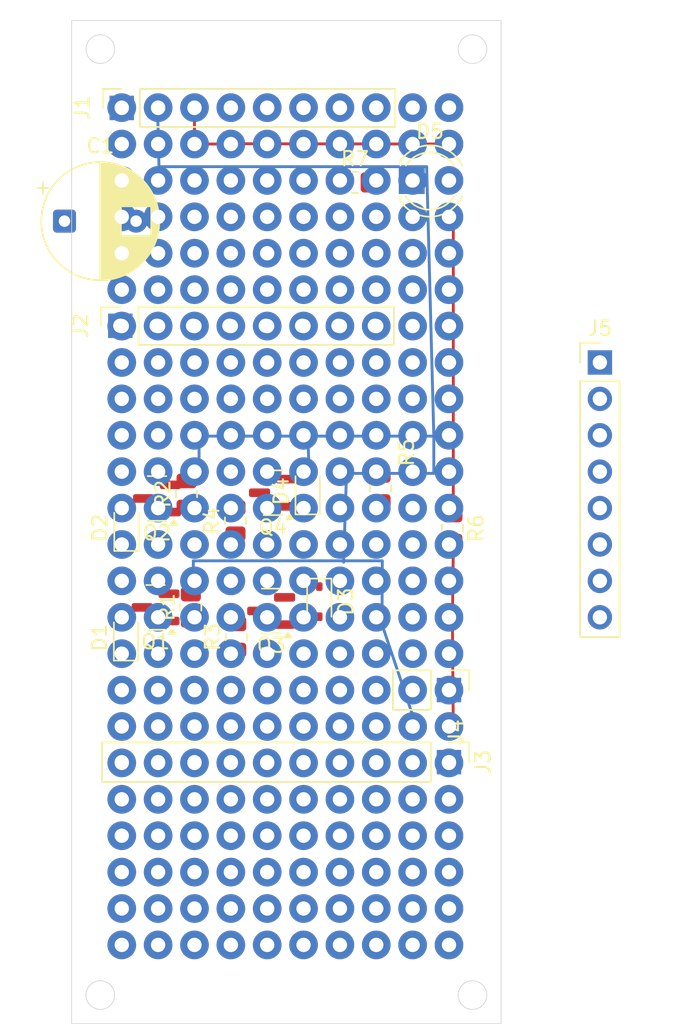
<source format=kicad_pcb>
(kicad_pcb (version 20241229) (generator "pcbnew") (generator_version "9.0")
  (layers (0 "F.Cu" signal) (2 "B.Cu" signal) (13 "F.Paste" user) (15 "B.Paste" user) (5 "F.SilkS" user "F.Silkscreen") (7 "B.SilkS" user "B.Silkscreen") (1 "F.Mask" user) (3 "B.Mask" user) (25 "Edge.Cuts" user))
  (net 0 "")
  (net 1 "GPIO_04")
  (net 2 "GPIO_03")
  (net 3 "GPIO_00")
  (net 4 "5V")
  (net 5 "GND")
  (net 6 "GPIO_01")
  (net 7 "3V3")
  (net 8 "GPIO_02")
  (net 9 "GPIO_06")
  (net 10 "GPIO_20_RX")
  (net 11 "GPIO_08")
  (net 12 "GPIO_05")
  (net 13 "GPIO_21_TX")
  (net 14 "GPIO_10")
  (net 15 "GPIO_09")
  (net 16 "GPIO_07")
  (net 19 "VCC")
  (net 20 "SCL")
  (net 25 "SDA")
  (net 26 "Net-(D1-A)")
  (net 27 "Net-(D2-A)")
  (net 28 "Net-(D3-A)")
  (net 29 "Net-(D4-A)")
  (net 38 "Net-(D5-A)")
  (footprint "Lochraster:Loch" (layer "F.Cu") (at 33.66 54.02)
    (property "Reference" "REF**347" (hide yes))
    (property "Value" "Loch" (hide yes))
    (pad "1" thru_hole circle (at 0 0) (size 2 2) (drill 1) (layers "*.Cu" "*.Mask"))
  )
  (footprint "Lochraster:Loch" (layer "F.Cu") (at 36.2 33.7)
    (property "Reference" "REF**268" (hide yes))
    (property "Value" "Loch" (hide yes))
    (pad "1" thru_hole circle (at 0 0) (size 2 2) (drill 1) (layers "*.Cu" "*.Mask"))
  )
  (footprint "Package_TO_SOT_SMD:SOT-23" (layer "F.Cu") (at 33.9375 61.2 180)
    (property "Reference" "Q3" (at 0 -2.4 0) (layer "F.SilkS"))
    (property "Value" "Q_NMOS_GSD")
    (pad "1" smd roundrect (at -0.9375 -0.95 180) (size 1.475 0.6) (layers "F.Cu" "F.Mask" "F.Paste") (net 28 "Net-(D3-A)"))
    (pad "2" smd roundrect (at -0.9375 0.95 180) (size 1.475 0.6) (layers "F.Cu" "F.Mask" "F.Paste") (net 8 "GPIO_02"))
    (pad "3" smd roundrect (at 0.9375 0 180) (size 1.475 0.6) (layers "F.Cu" "F.Mask" "F.Paste") (net 5 "GND"))
  )
  (footprint "Lochraster:Loch" (layer "F.Cu") (at 28.58 76.88)
    (property "Reference" "REF**435" (hide yes))
    (property "Value" "Loch" (hide yes))
    (pad "1" thru_hole circle (at 0 0) (size 2 2) (drill 1) (layers "*.Cu" "*.Mask"))
  )
  (footprint "Lochraster:Loch" (layer "F.Cu") (at 41.28 79.42)
    (property "Reference" "REF**450" (hide yes))
    (property "Value" "Loch" (hide yes))
    (pad "1" thru_hole circle (at 0 0) (size 2 2) (drill 1) (layers "*.Cu" "*.Mask"))
  )
  (footprint "Lochraster:Loch" (layer "F.Cu") (at 28.58 28.62)
    (property "Reference" "REF**245" (hide yes))
    (property "Value" "Loch" (hide yes))
    (pad "1" thru_hole circle (at 0 0) (size 2 2) (drill 1) (layers "*.Cu" "*.Mask"))
  )
  (footprint "Resistor_SMD:R_0805_2012Metric" (layer "F.Cu") (at 41.58 52.6525 -90)
    (property "Reference" "R5" (at -2.52 -1.815 90) (layer "F.SilkS"))
    (property "Value" "100K")
    (pad "1" smd roundrect (at -0.9125 0 270) (size 1.025 1.4) (layers "F.Cu" "F.Mask" "F.Paste") (roundrect_rratio 0.243902) (net 5 "GND"))
    (pad "2" smd roundrect (at 0.9125 0 270) (size 1.025 1.4) (layers "F.Cu" "F.Mask" "F.Paste") (roundrect_rratio 0.243902) (net 1 "GPIO_04"))
  )
  (footprint "Lochraster:Loch" (layer "F.Cu") (at 46.36 38.78)
    (property "Reference" "REF**292" (hide yes))
    (property "Value" "Loch" (hide yes))
    (pad "1" thru_hole circle (at 0 0) (size 2 2) (drill 1) (layers "*.Cu" "*.Mask"))
  )
  (footprint "Lochraster:Loch" (layer "F.Cu") (at 46.36 26.08)
    (property "Reference" "REF**242" (hide yes))
    (property "Value" "Loch" (hide yes))
    (pad "1" thru_hole circle (at 0 0) (size 2 2) (drill 1) (layers "*.Cu" "*.Mask"))
  )
  (footprint "Lochraster:Loch" (layer "F.Cu") (at 46.36 46.4)
    (property "Reference" "REF**322" (hide yes))
    (property "Value" "Loch" (hide yes))
    (pad "1" thru_hole circle (at 0 0) (size 2 2) (drill 1) (layers "*.Cu" "*.Mask"))
  )
  (footprint "Lochraster:Loch" (layer "F.Cu") (at 43.82 36.24)
    (property "Reference" "REF**281" (hide yes))
    (property "Value" "Loch" (hide yes))
    (pad "1" thru_hole circle (at 0 0) (size 2 2) (drill 1) (layers "*.Cu" "*.Mask"))
  )
  (footprint "Lochraster:Loch" (layer "F.Cu") (at 36.2 38.78)
    (property "Reference" "REF**288" (hide yes))
    (property "Value" "Loch" (hide yes))
    (pad "1" thru_hole circle (at 0 0) (size 2 2) (drill 1) (layers "*.Cu" "*.Mask"))
  )
  (footprint "Lochraster:Loch" (layer "F.Cu") (at 28.58 61.64)
    (property "Reference" "REF**375" (hide yes))
    (property "Value" "Loch" (hide yes))
    (pad "1" thru_hole circle (at 0 0) (size 2 2) (drill 1) (layers "*.Cu" "*.Mask"))
  )
  (footprint "Lochraster:Loch" (layer "F.Cu") (at 28.58 41.32)
    (property "Reference" "REF**295" (hide yes))
    (property "Value" "Loch" (hide yes))
    (pad "1" thru_hole circle (at 0 0) (size 2 2) (drill 1) (layers "*.Cu" "*.Mask"))
  )
  (footprint "Lochraster:Loch" (layer "F.Cu") (at 38.74 59.1)
    (property "Reference" "REF**369" (hide yes))
    (property "Value" "Loch" (hide yes))
    (pad "1" thru_hole circle (at 0 0) (size 2 2) (drill 1) (layers "*.Cu" "*.Mask"))
  )
  (footprint "Lochraster:Loch" (layer "F.Cu") (at 43.82 61.64)
    (property "Reference" "REF**381" (hide yes))
    (property "Value" "Loch" (hide yes))
    (pad "1" thru_hole circle (at 0 0) (size 2 2) (drill 1) (layers "*.Cu" "*.Mask"))
  )
  (footprint "Lochraster:Loch" (layer "F.Cu") (at 38.74 61.64)
    (property "Reference" "REF**379" (hide yes))
    (property "Value" "Loch" (hide yes))
    (pad "1" thru_hole circle (at 0 0) (size 2 2) (drill 1) (layers "*.Cu" "*.Mask"))
  )
  (footprint "Lochraster:Loch" (layer "F.Cu") (at 41.28 33.7)
    (property "Reference" "REF**270" (hide yes))
    (property "Value" "Loch" (hide yes))
    (pad "1" thru_hole circle (at 0 0) (size 2 2) (drill 1) (layers "*.Cu" "*.Mask"))
  )
  (footprint "Lochraster:Loch" (layer "F.Cu") (at 31.12 59.1)
    (property "Reference" "REF**366" (hide yes))
    (property "Value" "Loch" (hide yes))
    (pad "1" thru_hole circle (at 0 0) (size 2 2) (drill 1) (layers "*.Cu" "*.Mask"))
  )
  (footprint "Lochraster:Loch" (layer "F.Cu") (at 36.2 71.8)
    (property "Reference" "REF**418" (hide yes))
    (property "Value" "Loch" (hide yes))
    (pad "1" thru_hole circle (at 0 0) (size 2 2) (drill 1) (layers "*.Cu" "*.Mask"))
  )
  (footprint "Lochraster:Loch" (layer "F.Cu") (at 28.58 66.72)
    (property "Reference" "REF**395" (hide yes))
    (property "Value" "Loch" (hide yes))
    (pad "1" thru_hole circle (at 0 0) (size 2 2) (drill 1) (layers "*.Cu" "*.Mask"))
  )
  (footprint "Lochraster:Loch" (layer "F.Cu") (at 23.5 38.78)
    (property "Reference" "REF**283" (hide yes))
    (property "Value" "Loch" (hide yes))
    (pad "1" thru_hole circle (at 0 0) (size 2 2) (drill 1) (layers "*.Cu" "*.Mask"))
  )
  (footprint "Lochraster:Loch" (layer "F.Cu") (at 26.04 59.1)
    (property "Reference" "REF**364" (hide yes))
    (property "Value" "Loch" (hide yes))
    (pad "1" thru_hole circle (at 0 0) (size 2 2) (drill 1) (layers "*.Cu" "*.Mask"))
  )
  (footprint "Lochraster:Loch" (layer "F.Cu") (at 31.12 61.64)
    (property "Reference" "REF**376" (hide yes))
    (property "Value" "Loch" (hide yes))
    (pad "1" thru_hole circle (at 0 0) (size 2 2) (drill 1) (layers "*.Cu" "*.Mask"))
  )
  (footprint "Lochraster:Loch" (layer "F.Cu") (at 38.74 36.24)
    (property "Reference" "REF**279" (hide yes))
    (property "Value" "Loch" (hide yes))
    (pad "1" thru_hole circle (at 0 0) (size 2 2) (drill 1) (layers "*.Cu" "*.Mask"))
  )
  (footprint "Lochraster:Loch" (layer "F.Cu") (at 23.5 26.08)
    (property "Reference" "REF**233" (hide yes))
    (property "Value" "Loch" (hide yes))
    (pad "1" thru_hole circle (at 0 0) (size 2 2) (drill 1) (layers "*.Cu" "*.Mask"))
  )
  (footprint "Lochraster:Loch" (layer "F.Cu") (at 43.82 33.7)
    (property "Reference" "REF**271" (hide yes))
    (property "Value" "Loch" (hide yes))
    (pad "1" thru_hole circle (at 0 0) (size 2 2) (drill 1) (layers "*.Cu" "*.Mask"))
  )
  (footprint "Lochraster:Loch" (layer "F.Cu") (at 33.66 41.32)
    (property "Reference" "REF**297" (hide yes))
    (property "Value" "Loch" (hide yes))
    (pad "1" thru_hole circle (at 0 0) (size 2 2) (drill 1) (layers "*.Cu" "*.Mask"))
  )
  (footprint "Lochraster:Loch" (layer "F.Cu") (at 26.04 33.7)
    (property "Reference" "REF**264" (hide yes))
    (property "Value" "Loch" (hide yes))
    (pad "1" thru_hole circle (at 0 0) (size 2 2) (drill 1) (layers "*.Cu" "*.Mask"))
  )
  (footprint "Diode_SMD:D_SOD-323" (layer "F.Cu") (at 23.8 63.05 90)
    (property "Reference" "D1" (at 0 -1.85 90) (layer "F.SilkS"))
    (property "Value" "1N4148WS")
    (pad "1" smd roundrect (at -1.05 0 90) (size 0.6 0.45) (layers "F.Cu" "F.Mask" "F.Paste") (net 7 "3V3"))
    (pad "2" smd roundrect (at 1.05 0 90) (size 0.6 0.45) (layers "F.Cu" "F.Mask" "F.Paste") (net 26 "Net-(D1-A)"))
  )
  (footprint "Lochraster:Loch" (layer "F.Cu") (at 33.66 51.48)
    (property "Reference" "REF**337" (hide yes))
    (property "Value" "Loch" (hide yes))
    (pad "1" thru_hole circle (at 0 0) (size 2 2) (drill 1) (layers "*.Cu" "*.Mask"))
  )
  (footprint "Resistor_SMD:R_0805_2012Metric" (layer "F.Cu") (at 39.7875 31.3)
    (property "Reference" "R7" (at 0 -1.65 0) (layer "F.SilkS"))
    (property "Value" "150")
    (pad "1" smd roundrect (at -0.9125 0) (size 1.025 1.4) (layers "F.Cu" "F.Mask" "F.Paste") (roundrect_rratio 0.243902) (net 38 "Net-(D5-A)"))
    (pad "2" smd roundrect (at 0.9125 0) (size 1.025 1.4) (layers "F.Cu" "F.Mask" "F.Paste") (roundrect_rratio 0.243902) (net 7 "3V3"))
  )
  (footprint "Lochraster:Loch" (layer "F.Cu") (at 23.5 41.32)
    (property "Reference" "REF**293" (hide yes))
    (property "Value" "Loch" (hide yes))
    (pad "1" thru_hole circle (at 0 0) (size 2 2) (drill 1) (layers "*.Cu" "*.Mask"))
  )
  (footprint "Lochraster:Loch" (layer "F.Cu") (at 41.28 69.26)
    (property "Reference" "REF**410" (hide yes))
    (property "Value" "Loch" (hide yes))
    (pad "1" thru_hole circle (at 0 0) (size 2 2) (drill 1) (layers "*.Cu" "*.Mask"))
  )
  (footprint "Lochraster:Loch" (layer "F.Cu") (at 46.36 64.18)
    (property "Reference" "REF**392" (hide yes))
    (property "Value" "Loch" (hide yes))
    (pad "1" thru_hole circle (at 0 0) (size 2 2) (drill 1) (layers "*.Cu" "*.Mask"))
  )
  (footprint "Lochraster:Loch" (layer "F.Cu") (at 31.12 74.34)
    (property "Reference" "REF**426" (hide yes))
    (property "Value" "Loch" (hide yes))
    (pad "1" thru_hole circle (at 0 0) (size 2 2) (drill 1) (layers "*.Cu" "*.Mask"))
  )
  (footprint "Lochraster:Loch" (layer "F.Cu") (at 26.04 61.64)
    (property "Reference" "REF**374" (hide yes))
    (property "Value" "Loch" (hide yes))
    (pad "1" thru_hole circle (at 0 0) (size 2 2) (drill 1) (layers "*.Cu" "*.Mask"))
  )
  (footprint "Lochraster:Loch" (layer "F.Cu") (at 31.12 69.26)
    (property "Reference" "REF**406" (hide yes))
    (property "Value" "Loch" (hide yes))
    (pad "1" thru_hole circle (at 0 0) (size 2 2) (drill 1) (layers "*.Cu" "*.Mask"))
  )
  (footprint "Lochraster:Loch" (layer "F.Cu") (at 36.2 56.56)
    (property "Reference" "REF**358" (hide yes))
    (property "Value" "Loch" (hide yes))
    (pad "1" thru_hole circle (at 0 0) (size 2 2) (drill 1) (layers "*.Cu" "*.Mask"))
  )
  (footprint "Lochraster:Loch" (layer "F.Cu") (at 33.66 28.62)
    (property "Reference" "REF**247" (hide yes))
    (property "Value" "Loch" (hide yes))
    (pad "1" thru_hole circle (at 0 0) (size 2 2) (drill 1) (layers "*.Cu" "*.Mask"))
  )
  (footprint "Connector_PinSocket_2.54mm:PinSocket_1x08_P2.54mm_Vertical" (layer "F.Cu") (at 23.4 41.3 90)
    (property "Reference" "J2" (at 0 -2.77 90) (layer "F.SilkS"))
    (property "Value" "Conn_01x08_Socket")
    (pad "1" thru_hole rect (at 0 0 90) (size 1.7 1.7) (drill 1) (layers "*.Cu" "*.Mask") (net 12 "GPIO_05"))
    (pad "2" thru_hole circle (at 0 2.54 90) (size 1.7 1.7) (drill 1) (layers "*.Cu" "*.Mask") (net 9 "GPIO_06"))
    (pad "3" thru_hole circle (at 0 5.08 90) (size 1.7 1.7) (drill 1) (layers "*.Cu" "*.Mask") (net 16 "GPIO_07"))
    (pad "4" thru_hole circle (at 0 7.62 90) (size 1.7 1.7) (drill 1) (layers "*.Cu" "*.Mask") (net 11 "GPIO_08"))
    (pad "5" thru_hole circle (at 0 10.16 90) (size 1.7 1.7) (drill 1) (layers "*.Cu" "*.Mask") (net 15 "GPIO_09"))
    (pad "6" thru_hole circle (at 0 12.7 90) (size 1.7 1.7) (drill 1) (layers "*.Cu" "*.Mask") (net 14 "GPIO_10"))
    (pad "7" thru_hole circle (at 0 15.24 90) (size 1.7 1.7) (drill 1) (layers "*.Cu" "*.Mask") (net 10 "GPIO_20_RX"))
    (pad "8" thru_hole circle (at 0 17.78 90) (size 1.7 1.7) (drill 1) (layers "*.Cu" "*.Mask") (net 13 "GPIO_21_TX"))
  )
  (footprint "Lochraster:Loch" (layer "F.Cu") (at 23.5 69.26)
    (property "Reference" "REF**403" (hide yes))
    (property "Value" "Loch" (hide yes))
    (pad "1" thru_hole circle (at 0 0) (size 2 2) (drill 1) (layers "*.Cu" "*.Mask"))
  )
  (footprint "Lochraster:Loch" (layer "F.Cu") (at 33.66 69.26)
    (property "Reference" "REF**407" (hide yes))
    (property "Value" "Loch" (hide yes))
    (pad "1" thru_hole circle (at 0 0) (size 2 2) (drill 1) (layers "*.Cu" "*.Mask"))
  )
  (footprint "Lochraster:Loch" (layer "F.Cu") (at 26.04 36.24)
    (property "Reference" "REF**274" (hide yes))
    (property "Value" "Loch" (hide yes))
    (pad "1" thru_hole circle (at 0 0) (size 2 2) (drill 1) (layers "*.Cu" "*.Mask"))
  )
  (footprint "Lochraster:Loch" (layer "F.Cu") (at 26.04 79.42)
    (property "Reference" "REF**444" (hide yes))
    (property "Value" "Loch" (hide yes))
    (pad "1" thru_hole circle (at 0 0) (size 2 2) (drill 1) (layers "*.Cu" "*.Mask"))
  )
  (footprint "Lochraster:Loch" (layer "F.Cu") (at 46.36 51.48)
    (property "Reference" "REF**342" (hide yes))
    (property "Value" "Loch" (hide yes))
    (pad "1" thru_hole circle (at 0 0) (size 2 2) (drill 1) (layers "*.Cu" "*.Mask"))
  )
  (footprint "Lochraster:Loch" (layer "F.Cu") (at 36.2 64.18)
    (property "Reference" "REF**388" (hide yes))
    (property "Value" "Loch" (hide yes))
    (pad "1" thru_hole circle (at 0 0) (size 2 2) (drill 1) (layers "*.Cu" "*.Mask"))
  )
  (footprint "Lochraster:Loch" (layer "F.Cu") (at 36.2 66.72)
    (property "Reference" "REF**398" (hide yes))
    (property "Value" "Loch" (hide yes))
    (pad "1" thru_hole circle (at 0 0) (size 2 2) (drill 1) (layers "*.Cu" "*.Mask"))
  )
  (footprint "Lochraster:Loch" (layer "F.Cu") (at 46.36 36.24)
    (property "Reference" "REF**282" (hide yes))
    (property "Value" "Loch" (hide yes))
    (pad "1" thru_hole circle (at 0 0) (size 2 2) (drill 1) (layers "*.Cu" "*.Mask"))
  )
  (footprint "Lochraster:Loch" (layer "F.Cu") (at 36.2 41.32)
    (property "Reference" "REF**298" (hide yes))
    (property "Value" "Loch" (hide yes))
    (pad "1" thru_hole circle (at 0 0) (size 2 2) (drill 1) (layers "*.Cu" "*.Mask"))
  )
  (footprint "Lochraster:Loch" (layer "F.Cu") (at 41.28 66.72)
    (property "Reference" "REF**400" (hide yes))
    (property "Value" "Loch" (hide yes))
    (pad "1" thru_hole circle (at 0 0) (size 2 2) (drill 1) (layers "*.Cu" "*.Mask"))
  )
  (footprint "Lochraster:Loch" (layer "F.Cu") (at 43.82 46.4)
    (property "Reference" "REF**321" (hide yes))
    (property "Value" "Loch" (hide yes))
    (pad "1" thru_hole circle (at 0 0) (size 2 2) (drill 1) (layers "*.Cu" "*.Mask"))
  )
  (footprint "Lochraster:Loch" (layer "F.Cu") (at 41.28 31.16)
    (property "Reference" "REF**260" (hide yes))
    (property "Value" "Loch" (hide yes))
    (pad "1" thru_hole circle (at 0 0) (size 2 2) (drill 1) (layers "*.Cu" "*.Mask"))
  )
  (footprint "Lochraster:Loch" (layer "F.Cu") (at 38.74 43.86)
    (property "Reference" "REF**309" (hide yes))
    (property "Value" "Loch" (hide yes))
    (pad "1" thru_hole circle (at 0 0) (size 2 2) (drill 1) (layers "*.Cu" "*.Mask"))
  )
  (footprint "Lochraster:Loch" (layer "F.Cu") (at 41.28 74.34)
    (property "Reference" "REF**430" (hide yes))
    (property "Value" "Loch" (hide yes))
    (pad "1" thru_hole circle (at 0 0) (size 2 2) (drill 1) (layers "*.Cu" "*.Mask"))
  )
  (footprint "Lochraster:Loch" (layer "F.Cu") (at 31.12 81.96)
    (property "Reference" "REF**456" (hide yes))
    (property "Value" "Loch" (hide yes))
    (pad "1" thru_hole circle (at 0 0) (size 2 2) (drill 1) (layers "*.Cu" "*.Mask"))
  )
  (footprint "Lochraster:Loch" (layer "F.Cu") (at 26.04 56.56)
    (property "Reference" "REF**354" (hide yes))
    (property "Value" "Loch" (hide yes))
    (pad "1" thru_hole circle (at 0 0) (size 2 2) (drill 1) (layers "*.Cu" "*.Mask"))
  )
  (footprint "Lochraster:Loch" (layer "F.Cu") (at 28.58 33.7)
    (property "Reference" "REF**265" (hide yes))
    (property "Value" "Loch" (hide yes))
    (pad "1" thru_hole circle (at 0 0) (size 2 2) (drill 1) (layers "*.Cu" "*.Mask"))
  )
  (footprint "Lochraster:Loch" (layer "F.Cu") (at 28.58 54.02)
    (property "Reference" "REF**345" (hide yes))
    (property "Value" "Loch" (hide yes))
    (pad "1" thru_hole circle (at 0 0) (size 2 2) (drill 1) (layers "*.Cu" "*.Mask"))
  )
  (footprint "Lochraster:Loch" (layer "F.Cu") (at 23.5 81.96)
    (property "Reference" "REF**453" (hide yes))
    (property "Value" "Loch" (hide yes))
    (pad "1" thru_hole circle (at 0 0) (size 2 2) (drill 1) (layers "*.Cu" "*.Mask"))
  )
  (footprint "Lochraster:Loch" (layer "F.Cu") (at 31.12 64.18)
    (property "Reference" "REF**386" (hide yes))
    (property "Value" "Loch" (hide yes))
    (pad "1" thru_hole circle (at 0 0) (size 2 2) (drill 1) (layers "*.Cu" "*.Mask"))
  )
  (footprint "Lochraster:Loch" (layer "F.Cu") (at 38.74 76.88)
    (property "Reference" "REF**439" (hide yes))
    (property "Value" "Loch" (hide yes))
    (pad "1" thru_hole circle (at 0 0) (size 2 2) (drill 1) (layers "*.Cu" "*.Mask"))
  )
  (footprint "Lochraster:Loch" (layer "F.Cu") (at 43.82 71.8)
    (property "Reference" "REF**421" (hide yes))
    (property "Value" "Loch" (hide yes))
    (pad "1" thru_hole circle (at 0 0) (size 2 2) (drill 1) (layers "*.Cu" "*.Mask"))
  )
  (footprint "Lochraster:Loch" (layer "F.Cu") (at 46.36 71.8)
    (property "Reference" "REF**422" (hide yes))
    (property "Value" "Loch" (hide yes))
    (pad "1" thru_hole circle (at 0 0) (size 2 2) (drill 1) (layers "*.Cu" "*.Mask"))
  )
  (footprint "Lochraster:Loch" (layer "F.Cu") (at 46.36 48.94)
    (property "Reference" "REF**332" (hide yes))
    (property "Value" "Loch" (hide yes))
    (pad "1" thru_hole circle (at 0 0) (size 2 2) (drill 1) (layers "*.Cu" "*.Mask"))
  )
  (footprint "Lochraster:Loch" (layer "F.Cu") (at 26.04 64.18)
    (property "Reference" "REF**384" (hide yes))
    (property "Value" "Loch" (hide yes))
    (pad "1" thru_hole circle (at 0 0) (size 2 2) (drill 1) (layers "*.Cu" "*.Mask"))
  )
  (footprint "Lochraster:Loch" (layer "F.Cu") (at 26.04 51.48)
    (property "Reference" "REF**334" (hide yes))
    (property "Value" "Loch" (hide yes))
    (pad "1" thru_hole circle (at 0 0) (size 2 2) (drill 1) (layers "*.Cu" "*.Mask"))
  )
  (footprint "Lochraster:Loch" (layer "F.Cu") (at 43.82 38.78)
    (property "Reference" "REF**291" (hide yes))
    (property "Value" "Loch" (hide yes))
    (pad "1" thru_hole circle (at 0 0) (size 2 2) (drill 1) (layers "*.Cu" "*.Mask"))
  )
  (footprint "Lochraster:Loch" (layer "F.Cu") (at 41.28 43.86)
    (property "Reference" "REF**310" (hide yes))
    (property "Value" "Loch" (hide yes))
    (pad "1" thru_hole circle (at 0 0) (size 2 2) (drill 1) (layers "*.Cu" "*.Mask"))
  )
  (footprint "Lochraster:Loch" (layer "F.Cu") (at 46.36 76.88)
    (property "Reference" "REF**442" (hide yes))
    (property "Value" "Loch" (hide yes))
    (pad "1" thru_hole circle (at 0 0) (size 2 2) (drill 1) (layers "*.Cu" "*.Mask"))
  )
  (footprint "Lochraster:Loch" (layer "F.Cu") (at 38.74 26.08)
    (property "Reference" "REF**239" (hide yes))
    (property "Value" "Loch" (hide yes))
    (pad "1" thru_hole circle (at 0 0) (size 2 2) (drill 1) (layers "*.Cu" "*.Mask"))
  )
  (footprint "Lochraster:Loch" (layer "F.Cu") (at 26.04 81.96)
    (property "Reference" "REF**454" (hide yes))
    (property "Value" "Loch" (hide yes))
    (pad "1" thru_hole circle (at 0 0) (size 2 2) (drill 1) (layers "*.Cu" "*.Mask"))
  )
  (footprint "Lochraster:Loch" (layer "F.Cu") (at 26.04 71.8)
    (property "Reference" "REF**414" (hide yes))
    (property "Value" "Loch" (hide yes))
    (pad "1" thru_hole circle (at 0 0) (size 2 2) (drill 1) (layers "*.Cu" "*.Mask"))
  )
  (footprint "Lochraster:Loch" (layer "F.Cu") (at 33.66 79.42)
    (property "Reference" "REF**447" (hide yes))
    (property "Value" "Loch" (hide yes))
    (pad "1" thru_hole circle (at 0 0) (size 2 2) (drill 1) (layers "*.Cu" "*.Mask"))
  )
  (footprint "Lochraster:Loch" (layer "F.Cu") (at 28.58 64.18)
    (property "Reference" "REF**385" (hide yes))
    (property "Value" "Loch" (hide yes))
    (pad "1" thru_hole circle (at 0 0) (size 2 2) (drill 1) (layers "*.Cu" "*.Mask"))
  )
  (footprint "Lochraster:Loch" (layer "F.Cu") (at 43.82 28.62)
    (property "Reference" "REF**251" (hide yes))
    (property "Value" "Loch" (hide yes))
    (pad "1" thru_hole circle (at 0 0) (size 2 2) (drill 1) (layers "*.Cu" "*.Mask"))
  )
  (footprint "Lochraster:Loch" (layer "F.Cu") (at 36.2 54.02)
    (property "Reference" "REF**348" (hide yes))
    (property "Value" "Loch" (hide yes))
    (pad "1" thru_hole circle (at 0 0) (size 2 2) (drill 1) (layers "*.Cu" "*.Mask"))
  )
  (footprint "Lochraster:Loch" (layer "F.Cu") (at 23.5 36.24)
    (property "Reference" "REF**273" (hide yes))
    (property "Value" "Loch" (hide yes))
    (pad "1" thru_hole circle (at 0 0) (size 2 2) (drill 1) (layers "*.Cu" "*.Mask"))
  )
  (footprint "Lochraster:Loch" (layer "F.Cu") (at 28.58 43.86)
    (property "Reference" "REF**305" (hide yes))
    (property "Value" "Loch" (hide yes))
    (pad "1" thru_hole circle (at 0 0) (size 2 2) (drill 1) (layers "*.Cu" "*.Mask"))
  )
  (footprint "Lochraster:Loch" (layer "F.Cu") (at 23.5 48.94)
    (property "Reference" "REF**323" (hide yes))
    (property "Value" "Loch" (hide yes))
    (pad "1" thru_hole circle (at 0 0) (size 2 2) (drill 1) (layers "*.Cu" "*.Mask"))
  )
  (footprint "Lochraster:Loch" (layer "F.Cu") (at 43.82 79.42)
    (property "Reference" "REF**451" (hide yes))
    (property "Value" "Loch" (hide yes))
    (pad "1" thru_hole circle (at 0 0) (size 2 2) (drill 1) (layers "*.Cu" "*.Mask"))
  )
  (footprint "Lochraster:Loch" (layer "F.Cu") (at 31.12 71.8)
    (property "Reference" "REF**416" (hide yes))
    (property "Value" "Loch" (hide yes))
    (pad "1" thru_hole circle (at 0 0) (size 2 2) (drill 1) (layers "*.Cu" "*.Mask"))
  )
  (footprint "Lochraster:Loch" (layer "F.Cu") (at 46.36 81.96)
    (property "Reference" "REF**462" (hide yes))
    (property "Value" "Loch" (hide yes))
    (pad "1" thru_hole circle (at 0 0) (size 2 2) (drill 1) (layers "*.Cu" "*.Mask"))
  )
  (footprint "Lochraster:Loch" (layer "F.Cu") (at 28.58 36.24)
    (property "Reference" "REF**275" (hide yes))
    (property "Value" "Loch" (hide yes))
    (pad "1" thru_hole circle (at 0 0) (size 2 2) (drill 1) (layers "*.Cu" "*.Mask"))
  )
  (footprint "Lochraster:Loch" (layer "F.Cu") (at 41.28 26.08)
    (property "Reference" "REF**240" (hide yes))
    (property "Value" "Loch" (hide yes))
    (pad "1" thru_hole circle (at 0 0) (size 2 2) (drill 1) (layers "*.Cu" "*.Mask"))
  )
  (footprint "Diode_SMD:D_SOD-323" (layer "F.Cu") (at 23.825 55.4 90)
    (property "Reference" "D2" (at 0 -1.85 90) (layer "F.SilkS"))
    (property "Value" "1N4148WS")
    (pad "1" smd roundrect (at -1.05 0 90) (size 0.6 0.45) (layers "F.Cu" "F.Mask" "F.Paste") (net 7 "3V3"))
    (pad "2" smd roundrect (at 1.05 0 90) (size 0.6 0.45) (layers "F.Cu" "F.Mask" "F.Paste") (net 27 "Net-(D2-A)"))
  )
  (footprint "Lochraster:Loch" (layer "F.Cu") (at 31.12 31.16)
    (property "Reference" "REF**256" (hide yes))
    (property "Value" "Loch" (hide yes))
    (pad "1" thru_hole circle (at 0 0) (size 2 2) (drill 1) (layers "*.Cu" "*.Mask"))
  )
  (footprint "Lochraster:Loch" (layer "F.Cu") (at 38.74 79.42)
    (property "Reference" "REF**449" (hide yes))
    (property "Value" "Loch" (hide yes))
    (pad "1" thru_hole circle (at 0 0) (size 2 2) (drill 1) (layers "*.Cu" "*.Mask"))
  )
  (footprint "Lochraster:Loch" (layer "F.Cu") (at 38.74 56.56)
    (property "Reference" "REF**359" (hide yes))
    (property "Value" "Loch" (hide yes))
    (pad "1" thru_hole circle (at 0 0) (size 2 2) (drill 1) (layers "*.Cu" "*.Mask"))
  )
  (footprint "Lochraster:Loch" (layer "F.Cu") (at 41.28 61.64)
    (property "Reference" "REF**380" (hide yes))
    (property "Value" "Loch" (hide yes))
    (pad "1" thru_hole circle (at 0 0) (size 2 2) (drill 1) (layers "*.Cu" "*.Mask"))
  )
  (footprint "Lochraster:Loch" (layer "F.Cu") (at 33.66 31.16)
    (property "Reference" "REF**257" (hide yes))
    (property "Value" "Loch" (hide yes))
    (pad "1" thru_hole circle (at 0 0) (size 2 2) (drill 1) (layers "*.Cu" "*.Mask"))
  )
  (footprint "Lochraster:Loch" (layer "F.Cu") (at 43.82 84.5)
    (property "Reference" "REF**471" (hide yes))
    (property "Value" "Loch" (hide yes))
    (pad "1" thru_hole circle (at 0 0) (size 2 2) (drill 1) (layers "*.Cu" "*.Mask"))
  )
  (footprint "Lochraster:Loch" (layer "F.Cu") (at 31.12 79.42)
    (property "Reference" "REF**446" (hide yes))
    (property "Value" "Loch" (hide yes))
    (pad "1" thru_hole circle (at 0 0) (size 2 2) (drill 1) (layers "*.Cu" "*.Mask"))
  )
  (footprint "Lochraster:Loch" (layer "F.Cu") (at 46.36 59.1)
    (property "Reference" "REF**372" (hide yes))
    (property "Value" "Loch" (hide yes))
    (pad "1" thru_hole circle (at 0 0) (size 2 2) (drill 1) (layers "*.Cu" "*.Mask"))
  )
  (footprint "Lochraster:Loch" (layer "F.Cu") (at 43.82 54.02)
    (property "Reference" "REF**351" (hide yes))
    (property "Value" "Loch" (hide yes))
    (pad "1" thru_hole circle (at 0 0) (size 2 2) (drill 1) (layers "*.Cu" "*.Mask"))
  )
  (footprint "Lochraster:Loch" (layer "F.Cu") (at 31.12 56.56)
    (property "Reference" "REF**356" (hide yes))
    (property "Value" "Loch" (hide yes))
    (pad "1" thru_hole circle (at 0 0) (size 2 2) (drill 1) (layers "*.Cu" "*.Mask"))
  )
  (footprint "Lochraster:Loch" (layer "F.Cu") (at 38.74 66.72)
    (property "Reference" "REF**399" (hide yes))
    (property "Value" "Loch" (hide yes))
    (pad "1" thru_hole circle (at 0 0) (size 2 2) (drill 1) (layers "*.Cu" "*.Mask"))
  )
  (footprint "Lochraster:Loch" (layer "F.Cu") (at 43.82 56.56)
    (property "Reference" "REF**361" (hide yes))
    (property "Value" "Loch" (hide yes))
    (pad "1" thru_hole circle (at 0 0) (size 2 2) (drill 1) (layers "*.Cu" "*.Mask"))
  )
  (footprint "Lochraster:Loch" (layer "F.Cu") (at 31.12 38.78)
    (property "Reference" "REF**286" (hide yes))
    (property "Value" "Loch" (hide yes))
    (pad "1" thru_hole circle (at 0 0) (size 2 2) (drill 1) (layers "*.Cu" "*.Mask"))
  )
  (footprint "Lochraster:Loch" (layer "F.Cu") (at 31.12 76.88)
    (property "Reference" "REF**436" (hide yes))
    (property "Value" "Loch" (hide yes))
    (pad "1" thru_hole circle (at 0 0) (size 2 2) (drill 1) (layers "*.Cu" "*.Mask"))
  )
  (footprint "Lochraster:Loch" (layer "F.Cu") (at 31.12 41.32)
    (property "Reference" "REF**296" (hide yes))
    (property "Value" "Loch" (hide yes))
    (pad "1" thru_hole circle (at 0 0) (size 2 2) (drill 1) (layers "*.Cu" "*.Mask"))
  )
  (footprint "Lochraster:Loch" (layer "F.Cu") (at 38.74 69.26)
    (property "Reference" "REF**409" (hide yes))
    (property "Value" "Loch" (hide yes))
    (pad "1" thru_hole circle (at 0 0) (size 2 2) (drill 1) (layers "*.Cu" "*.Mask"))
  )
  (footprint "Lochraster:Loch" (layer "F.Cu") (at 46.36 84.5)
    (property "Reference" "REF**232" (hide yes))
    (property "Value" "Loch" (hide yes))
    (pad "1" thru_hole circle (at 0 0) (size 2 2) (drill 1) (layers "*.Cu" "*.Mask"))
  )
  (footprint "Lochraster:Loch" (layer "F.Cu") (at 33.66 59.1)
    (property "Reference" "REF**367" (hide yes))
    (property "Value" "Loch" (hide yes))
    (pad "1" thru_hole circle (at 0 0) (size 2 2) (drill 1) (layers "*.Cu" "*.Mask"))
  )
  (footprint "Lochraster:Loch" (layer "F.Cu") (at 26.04 84.5)
    (property "Reference" "REF**464" (hide yes))
    (property "Value" "Loch" (hide yes))
    (pad "1" thru_hole circle (at 0 0) (size 2 2) (drill 1) (layers "*.Cu" "*.Mask"))
  )
  (footprint "Lochraster:Loch" (layer "F.Cu") (at 26.04 26.08)
    (property "Reference" "REF**234" (hide yes))
    (property "Value" "Loch" (hide yes))
    (pad "1" thru_hole circle (at 0 0) (size 2 2) (drill 1) (layers "*.Cu" "*.Mask"))
  )
  (footprint "Lochraster:Loch" (layer "F.Cu") (at 46.36 79.42)
    (property "Reference" "REF**452" (hide yes))
    (property "Value" "Loch" (hide yes))
    (pad "1" thru_hole circle (at 0 0) (size 2 2) (drill 1) (layers "*.Cu" "*.Mask"))
  )
  (footprint "Resistor_SMD:R_0805_2012Metric" (layer "F.Cu") (at 28.325 60.9375 90)
    (property "Reference" "R1" (at 0 -1.65 90) (layer "F.SilkS"))
    (property "Value" "33K")
    (pad "1" smd roundrect (at -0.9125 0 90) (size 1.025 1.4) (layers "F.Cu" "F.Mask" "F.Paste") (roundrect_rratio 0.243902) (net 3 "GPIO_00"))
    (pad "2" smd roundrect (at 0.9125 0 90) (size 1.025 1.4) (layers "F.Cu" "F.Mask" "F.Paste") (roundrect_rratio 0.243902) (net 5 "GND"))
  )
  (footprint "Resistor_SMD:R_0805_2012Metric" (layer "F.Cu") (at 28.025 53.0375 90)
    (property "Reference" "R2" (at 0 -1.65 90) (layer "F.SilkS"))
    (property "Value" "33K")
    (pad "1" smd roundrect (at -0.9125 0 90) (size 1.025 1.4) (layers "F.Cu" "F.Mask" "F.Paste") (roundrect_rratio 0.243902) (net 6 "GPIO_01"))
    (pad "2" smd roundrect (at 0.9125 0 90) (size 1.025 1.4) (layers "F.Cu" "F.Mask" "F.Paste") (roundrect_rratio 0.243902) (net 5 "GND"))
  )
  (footprint "Capacitor_THT:CP_Radial_D8.0mm_P5.00mm" (layer "F.Cu") (at 19.5 34)
    (property "Reference" "C1" (at 2.5 -5.25 0) (layer "F.SilkS"))
    (property "Value" "C_Polarized_Small")
    (pad "1" thru_hole roundrect (at 0 0) (size 1.6 1.6) (drill 0.8) (layers "*.Cu" "*.Mask") (roundrect_rratio 0.15625) (net 5 "GND"))
    (pad "2" thru_hole circle (at 5 0) (size 1.6 1.6) (drill 0.8) (layers "*.Cu" "*.Mask") (net 7 "3V3"))
  )
  (footprint "Lochraster:Loch" (layer "F.Cu") (at 36.2 48.94)
    (property "Reference" "REF**328" (hide yes))
    (property "Value" "Loch" (hide yes))
    (pad "1" thru_hole circle (at 0 0) (size 2 2) (drill 1) (layers "*.Cu" "*.Mask"))
  )
  (footprint "Lochraster:Loch" (layer "F.Cu") (at 43.82 69.26)
    (property "Reference" "REF**411" (hide yes))
    (property "Value" "Loch" (hide yes))
    (pad "1" thru_hole circle (at 0 0) (size 2 2) (drill 1) (layers "*.Cu" "*.Mask"))
  )
  (footprint "Lochraster:Loch" (layer "F.Cu") (at 33.66 71.8)
    (property "Reference" "REF**417" (hide yes))
    (property "Value" "Loch" (hide yes))
    (pad "1" thru_hole circle (at 0 0) (size 2 2) (drill 1) (layers "*.Cu" "*.Mask"))
  )
  (footprint "Lochraster:Loch" (layer "F.Cu") (at 26.04 43.86)
    (property "Reference" "REF**304" (hide yes))
    (property "Value" "Loch" (hide yes))
    (pad "1" thru_hole circle (at 0 0) (size 2 2) (drill 1) (layers "*.Cu" "*.Mask"))
  )
  (footprint "Lochraster:Loch" (layer "F.Cu") (at 43.82 51.48)
    (property "Reference" "REF**341" (hide yes))
    (property "Value" "Loch" (hide yes))
    (pad "1" thru_hole circle (at 0 0) (size 2 2) (drill 1) (layers "*.Cu" "*.Mask"))
  )
  (footprint "Lochraster:Loch" (layer "F.Cu") (at 46.36 41.32)
    (property "Reference" "REF**302" (hide yes))
    (property "Value" "Loch" (hide yes))
    (pad "1" thru_hole circle (at 0 0) (size 2 2) (drill 1) (layers "*.Cu" "*.Mask"))
  )
  (footprint "Lochraster:Loch" (layer "F.Cu") (at 26.04 46.4)
    (property "Reference" "REF**314" (hide yes))
    (property "Value" "Loch" (hide yes))
    (pad "1" thru_hole circle (at 0 0) (size 2 2) (drill 1) (layers "*.Cu" "*.Mask"))
  )
  (footprint "Lochraster:Loch" (layer "F.Cu") (at 33.66 46.4)
    (property "Reference" "REF**317" (hide yes))
    (property "Value" "Loch" (hide yes))
    (pad "1" thru_hole circle (at 0 0) (size 2 2) (drill 1) (layers "*.Cu" "*.Mask"))
  )
  (footprint "Lochraster:Loch" (layer "F.Cu") (at 33.66 61.64)
    (property "Reference" "REF**377" (hide yes))
    (property "Value" "Loch" (hide yes))
    (pad "1" thru_hole circle (at 0 0) (size 2 2) (drill 1) (layers "*.Cu" "*.Mask"))
  )
  (footprint "Lochraster:Loch" (layer "F.Cu") (at 46.36 28.62)
    (property "Reference" "REF**252" (hide yes))
    (property "Value" "Loch" (hide yes))
    (pad "1" thru_hole circle (at 0 0) (size 2 2) (drill 1) (layers "*.Cu" "*.Mask"))
  )
  (footprint "Lochraster:Loch" (layer "F.Cu") (at 31.12 66.72)
    (property "Reference" "REF**396" (hide yes))
    (property "Value" "Loch" (hide yes))
    (pad "1" thru_hole circle (at 0 0) (size 2 2) (drill 1) (layers "*.Cu" "*.Mask"))
  )
  (footprint "Package_TO_SOT_SMD:SOT-23" (layer "F.Cu") (at 34.0625 52.95 180)
    (property "Reference" "Q4" (at 0 -2.4 0) (layer "F.SilkS"))
    (property "Value" "Q_NMOS_GSD")
    (pad "1" smd roundrect (at -0.9375 -0.95 180) (size 1.475 0.6) (layers "F.Cu" "F.Mask" "F.Paste") (net 29 "Net-(D4-A)"))
    (pad "2" smd roundrect (at -0.9375 0.95 180) (size 1.475 0.6) (layers "F.Cu" "F.Mask" "F.Paste") (net 2 "GPIO_03"))
    (pad "3" smd roundrect (at 0.9375 0 180) (size 1.475 0.6) (layers "F.Cu" "F.Mask" "F.Paste") (net 5 "GND"))
  )
  (footprint "Lochraster:Loch" (layer "F.Cu") (at 38.74 51.48)
    (property "Reference" "REF**339" (hide yes))
    (property "Value" "Loch" (hide yes))
    (pad "1" thru_hole circle (at 0 0) (size 2 2) (drill 1) (layers "*.Cu" "*.Mask"))
  )
  (footprint "Lochraster:Loch" (layer "F.Cu") (at 33.66 43.86)
    (property "Reference" "REF**307" (hide yes))
    (property "Value" "Loch" (hide yes))
    (pad "1" thru_hole circle (at 0 0) (size 2 2) (drill 1) (layers "*.Cu" "*.Mask"))
  )
  (footprint "Lochraster:Loch" (layer "F.Cu") (at 23.5 64.18)
    (property "Reference" "REF**383" (hide yes))
    (property "Value" "Loch" (hide yes))
    (pad "1" thru_hole circle (at 0 0) (size 2 2) (drill 1) (layers "*.Cu" "*.Mask"))
  )
  (footprint "Lochraster:Loch" (layer "F.Cu") (at 28.58 26.08)
    (property "Reference" "REF**235" (hide yes))
    (property "Value" "Loch" (hide yes))
    (pad "1" thru_hole circle (at 0 0) (size 2 2) (drill 1) (layers "*.Cu" "*.Mask"))
  )
  (footprint "Connector_PinHeader_2.54mm:PinHeader_1x02_P2.54mm_Vertical" (layer "F.Cu") (at 46.36 66.72 -90)
    (property "Reference" "J4" (at 2.9 -0.5 90) (layer "F.SilkS"))
    (property "Value" "Conn_01x02_Pin")
    (pad "1" thru_hole rect (at 0 0 270) (size 1.7 1.7) (drill 1) (layers "*.Cu" "*.Mask") (net 19 "VCC"))
    (pad "2" thru_hole circle (at 0 2.54 270) (size 1.7 1.7) (drill 1) (layers "*.Cu" "*.Mask") (net 5 "GND"))
  )
  (footprint "Connector_PinSocket_2.54mm:PinSocket_1x08_P2.54mm_Vertical" (layer "F.Cu") (at 23.5 26.1 90)
    (property "Reference" "J1" (at 0 -2.77 90) (layer "F.SilkS"))
    (property "Value" "Conn_01x08_Socket")
    (pad "1" thru_hole rect (at 0 0 90) (size 1.7 1.7) (drill 1) (layers "*.Cu" "*.Mask") (net 4 "5V"))
    (pad "2" thru_hole circle (at 0 2.54 90) (size 1.7 1.7) (drill 1) (layers "*.Cu" "*.Mask") (net 5 "GND"))
    (pad "3" thru_hole circle (at 0 5.08 90) (size 1.7 1.7) (drill 1) (layers "*.Cu" "*.Mask") (net 7 "3V3"))
    (pad "4" thru_hole circle (at 0 7.62 90) (size 1.7 1.7) (drill 1) (layers "*.Cu" "*.Mask") (net 1 "GPIO_04"))
    (pad "5" thru_hole circle (at 0 10.16 90) (size 1.7 1.7) (drill 1) (layers "*.Cu" "*.Mask") (net 2 "GPIO_03"))
    (pad "6" thru_hole circle (at 0 12.7 90) (size 1.7 1.7) (drill 1) (layers "*.Cu" "*.Mask") (net 8 "GPIO_02"))
    (pad "7" thru_hole circle (at 0 15.24 90) (size 1.7 1.7) (drill 1) (layers "*.Cu" "*.Mask") (net 6 "GPIO_01"))
    (pad "8" thru_hole circle (at 0 17.78 90) (size 1.7 1.7) (drill 1) (layers "*.Cu" "*.Mask") (net 3 "GPIO_00"))
  )
  (footprint "Lochraster:Loch" (layer "F.Cu") (at 38.74 71.8)
    (property "Reference" "REF**419" (hide yes))
    (property "Value" "Loch" (hide yes))
    (pad "1" thru_hole circle (at 0 0) (size 2 2) (drill 1) (layers "*.Cu" "*.Mask"))
  )
  (footprint "Lochraster:Loch" (layer "F.Cu") (at 46.36 74.34)
    (property "Reference" "REF**432" (hide yes))
    (property "Value" "Loch" (hide yes))
    (pad "1" thru_hole circle (at 0 0) (size 2 2) (drill 1) (layers "*.Cu" "*.Mask"))
  )
  (footprint "Lochraster:Loch" (layer "F.Cu") (at 46.36 66.72)
    (property "Reference" "REF**402" (hide yes))
    (property "Value" "Loch" (hide yes))
    (pad "1" thru_hole circle (at 0 0) (size 2 2) (drill 1) (layers "*.Cu" "*.Mask"))
  )
  (footprint "Lochraster:Loch" (layer "F.Cu") (at 31.12 28.62)
    (property "Reference" "REF**246" (hide yes))
    (property "Value" "Loch" (hide yes))
    (pad "1" thru_hole circle (at 0 0) (size 2 2) (drill 1) (layers "*.Cu" "*.Mask"))
  )
  (footprint "Resistor_SMD:R_0805_2012Metric" (layer "F.Cu") (at 31.445 54.9025 90)
    (property "Reference" "R4" (at 0 -1.65 90) (layer "F.SilkS"))
    (property "Value" "33K")
    (pad "1" smd roundrect (at -0.9125 0 90) (size 1.025 1.4) (layers "F.Cu" "F.Mask" "F.Paste") (roundrect_rratio 0.243902) (net 2 "GPIO_03"))
    (pad "2" smd roundrect (at 0.9125 0 90) (size 1.025 1.4) (layers "F.Cu" "F.Mask" "F.Paste") (roundrect_rratio 0.243902) (net 5 "GND"))
  )
  (footprint "Lochraster:Loch" (layer "F.Cu") (at 38.74 38.78)
    (property "Reference" "REF**289" (hide yes))
    (property "Value" "Loch" (hide yes))
    (pad "1" thru_hole circle (at 0 0) (size 2 2) (drill 1) (layers "*.Cu" "*.Mask"))
  )
  (footprint "Lochraster:Loch" (layer "F.Cu") (at 38.74 28.62)
    (property "Reference" "REF**249" (hide yes))
    (property "Value" "Loch" (hide yes))
    (pad "1" thru_hole circle (at 0 0) (size 2 2) (drill 1) (layers "*.Cu" "*.Mask"))
  )
  (footprint "Lochraster:Loch" (layer "F.Cu") (at 41.28 71.8)
    (property "Reference" "REF**420" (hide yes))
    (property "Value" "Loch" (hide yes))
    (pad "1" thru_hole circle (at 0 0) (size 2 2) (drill 1) (layers "*.Cu" "*.Mask"))
  )
  (footprint "Lochraster:Loch" (layer "F.Cu") (at 46.36 69.26)
    (property "Reference" "REF**412" (hide yes))
    (property "Value" "Loch" (hide yes))
    (pad "1" thru_hole circle (at 0 0) (size 2 2) (drill 1) (layers "*.Cu" "*.Mask"))
  )
  (footprint "Lochraster:Loch" (layer "F.Cu") (at 33.66 33.7)
    (property "Reference" "REF**267" (hide yes))
    (property "Value" "Loch" (hide yes))
    (pad "1" thru_hole circle (at 0 0) (size 2 2) (drill 1) (layers "*.Cu" "*.Mask"))
  )
  (footprint "Lochraster:Loch" (layer "F.Cu") (at 41.28 54.02)
    (property "Reference" "REF**350" (hide yes))
    (property "Value" "Loch" (hide yes))
    (pad "1" thru_hole circle (at 0 0) (size 2 2) (drill 1) (layers "*.Cu" "*.Mask"))
  )
  (footprint "Lochraster:Loch" (layer "F.Cu") (at 38.74 41.32)
    (property "Reference" "REF**299" (hide yes))
    (property "Value" "Loch" (hide yes))
    (pad "1" thru_hole circle (at 0 0) (size 2 2) (drill 1) (layers "*.Cu" "*.Mask"))
  )
  (footprint "Lochraster:Loch" (layer "F.Cu") (at 38.74 48.94)
    (property "Reference" "REF**329" (hide yes))
    (property "Value" "Loch" (hide yes))
    (pad "1" thru_hole circle (at 0 0) (size 2 2) (drill 1) (layers "*.Cu" "*.Mask"))
  )
  (footprint "Lochraster:Loch" (layer "F.Cu") (at 41.28 76.88)
    (property "Reference" "REF**440" (hide yes))
    (property "Value" "Loch" (hide yes))
    (pad "1" thru_hole circle (at 0 0) (size 2 2) (drill 1) (layers "*.Cu" "*.Mask"))
  )
  (footprint "Lochraster:Loch" (layer "F.Cu") (at 33.66 64.18)
    (property "Reference" "REF**387" (hide yes))
    (property "Value" "Loch" (hide yes))
    (pad "1" thru_hole circle (at 0 0) (size 2 2) (drill 1) (layers "*.Cu" "*.Mask"))
  )
  (footprint "Lochraster:Loch" (layer "F.Cu") (at 43.82 66.72)
    (property "Reference" "REF**401" (hide yes))
    (property "Value" "Loch" (hide yes))
    (pad "1" thru_hole circle (at 0 0) (size 2 2) (drill 1) (layers "*.Cu" "*.Mask"))
  )
  (footprint "Lochraster:Loch" (layer "F.Cu") (at 28.58 38.78)
    (property "Reference" "REF**285" (hide yes))
    (property "Value" "Loch" (hide yes))
    (pad "1" thru_hole circle (at 0 0) (size 2 2) (drill 1) (layers "*.Cu" "*.Mask"))
  )
  (footprint "Lochraster:Loch" (layer "F.Cu") (at 43.82 76.88)
    (property "Reference" "REF**441" (hide yes))
    (property "Value" "Loch" (hide yes))
    (pad "1" thru_hole circle (at 0 0) (size 2 2) (drill 1) (layers "*.Cu" "*.Mask"))
  )
  (footprint "Lochraster:Loch" (layer "F.Cu") (at 33.66 48.94)
    (property "Reference" "REF**327" (hide yes))
    (property "Value" "Loch" (hide yes))
    (pad "1" thru_hole circle (at 0 0) (size 2 2) (drill 1) (layers "*.Cu" "*.Mask"))
  )
  (footprint "Lochraster:Loch" (layer "F.Cu") (at 41.28 56.56)
    (property "Reference" "REF**360" (hide yes))
    (property "Value" "Loch" (hide yes))
    (pad "1" thru_hole circle (at 0 0) (size 2 2) (drill 1) (layers "*.Cu" "*.Mask"))
  )
  (footprint "Lochraster:Loch" (layer "F.Cu") (at 23.5 56.56)
    (property "Reference" "REF**353" (hide yes))
    (property "Value" "Loch" (hide yes))
    (pad "1" thru_hole circle (at 0 0) (size 2 2) (drill 1) (layers "*.Cu" "*.Mask"))
  )
  (footprint "Lochraster:Loch" (layer "F.Cu") (at 31.12 48.94)
    (property "Reference" "REF**326" (hide yes))
    (property "Value" "Loch" (hide yes))
    (pad "1" thru_hole circle (at 0 0) (size 2 2) (drill 1) (layers "*.Cu" "*.Mask"))
  )
  (footprint "Lochraster:Loch" (layer "F.Cu") (at 23.5 28.62)
    (property "Reference" "REF**243" (hide yes))
    (property "Value" "Loch" (hide yes))
    (pad "1" thru_hole circle (at 0 0) (size 2 2) (drill 1) (layers "*.Cu" "*.Mask"))
  )
  (footprint "Lochraster:Loch" (layer "F.Cu") (at 33.66 76.88)
    (property "Reference" "REF**437" (hide yes))
    (property "Value" "Loch" (hide yes))
    (pad "1" thru_hole circle (at 0 0) (size 2 2) (drill 1) (layers "*.Cu" "*.Mask"))
  )
  (footprint "Lochraster:Loch" (layer "F.Cu") (at 23.5 84.5)
    (property "Reference" "REF**463" (hide yes))
    (property "Value" "Loch" (hide yes))
    (pad "1" thru_hole circle (at 0 0) (size 2 2) (drill 1) (layers "*.Cu" "*.Mask"))
  )
  (footprint "Lochraster:Loch" (layer "F.Cu") (at 28.58 84.5)
    (property "Reference" "REF**465" (hide yes))
    (property "Value" "Loch" (hide yes))
    (pad "1" thru_hole circle (at 0 0) (size 2 2) (drill 1) (layers "*.Cu" "*.Mask"))
  )
  (footprint "Lochraster:Loch" (layer "F.Cu") (at 36.2 51.48)
    (property "Reference" "REF**338" (hide yes))
    (property "Value" "Loch" (hide yes))
    (pad "1" thru_hole circle (at 0 0) (size 2 2) (drill 1) (layers "*.Cu" "*.Mask"))
  )
  (footprint "Lochraster:Loch" (layer "F.Cu") (at 28.58 71.8)
    (property "Reference" "REF**415" (hide yes))
    (property "Value" "Loch" (hide yes))
    (pad "1" thru_hole circle (at 0 0) (size 2 2) (drill 1) (layers "*.Cu" "*.Mask"))
  )
  (footprint "Lochraster:Loch" (layer "F.Cu") (at 31.12 51.48)
    (property "Reference" "REF**336" (hide yes))
    (property "Value" "Loch" (hide yes))
    (pad "1" thru_hole circle (at 0 0) (size 2 2) (drill 1) (layers "*.Cu" "*.Mask"))
  )
  (footprint "Lochraster:Loch" (layer "F.Cu") (at 28.58 59.1)
    (property "Reference" "REF**365" (hide yes))
    (property "Value" "Loch" (hide yes))
    (pad "1" thru_hole circle (at 0 0) (size 2 2) (drill 1) (layers "*.Cu" "*.Mask"))
  )
  (footprint "Lochraster:Loch" (layer "F.Cu") (at 38.74 64.18)
    (property "Reference" "REF**389" (hide yes))
    (property "Value" "Loch" (hide yes))
    (pad "1" thru_hole circle (at 0 0) (size 2 2) (drill 1) (layers "*.Cu" "*.Mask"))
  )
  (footprint "Package_TO_SOT_SMD:SOT-23" (layer "F.Cu") (at 25.9625 53.35 180)
    (property "Reference" "Q2" (at 0 -2.4 0) (layer "F.SilkS"))
    (property "Value" "Q_NMOS_GSD")
    (pad "1" smd roundrect (at -0.9375 -0.95 180) (size 1.475 0.6) (layers "F.Cu" "F.Mask" "F.Paste") (net 26 "Net-(D1-A)"))
    (pad "2" smd roundrect (at -0.9375 0.95 180) (size 1.475 0.6) (layers "F.Cu" "F.Mask" "F.Paste") (net 6 "GPIO_01"))
    (pad "3" smd roundrect (at 0.9375 0 180) (size 1.475 0.6) (layers "F.Cu" "F.Mask" "F.Paste") (net 5 "GND"))
  )
  (footprint "Lochraster:Loch" (layer "F.Cu") (at 36.2 69.26)
    (property "Reference" "REF**408" (hide yes))
    (property "Value" "Loch" (hide yes))
    (pad "1" thru_hole circle (at 0 0) (size 2 2) (drill 1) (layers "*.Cu" "*.Mask"))
  )
  (footprint "Lochraster:Loch" (layer "F.Cu") (at 23.5 33.7)
    (property "Reference" "REF**263" (hide yes))
    (property "Value" "Loch" (hide yes))
    (pad "1" thru_hole circle (at 0 0) (size 2 2) (drill 1) (layers "*.Cu" "*.Mask"))
  )
  (footprint "Lochraster:Loch" (layer "F.Cu") (at 41.28 84.5)
    (property "Reference" "REF**470" (hide yes))
    (property "Value" "Loch" (hide yes))
    (pad "1" thru_hole circle (at 0 0) (size 2 2) (drill 1) (layers "*.Cu" "*.Mask"))
  )
  (footprint "Lochraster:Loch" (layer "F.Cu") (at 26.04 38.78)
    (property "Reference" "REF**284" (hide yes))
    (property "Value" "Loch" (hide yes))
    (pad "1" thru_hole circle (at 0 0) (size 2 2) (drill 1) (layers "*.Cu" "*.Mask"))
  )
  (footprint "Lochraster:Loch" (layer "F.Cu") (at 33.66 66.72)
    (property "Reference" "REF**397" (hide yes))
    (property "Value" "Loch" (hide yes))
    (pad "1" thru_hole circle (at 0 0) (size 2 2) (drill 1) (layers "*.Cu" "*.Mask"))
  )
  (footprint "Lochraster:Loch" (layer "F.Cu") (at 28.58 79.42)
    (property "Reference" "REF**445" (hide yes))
    (property "Value" "Loch" (hide yes))
    (pad "1" thru_hole circle (at 0 0) (size 2 2) (drill 1) (layers "*.Cu" "*.Mask"))
  )
  (footprint "Diode_SMD:D_SOD-323" (layer "F.Cu") (at 36.4875 52.85 90)
    (property "Reference" "D4" (at 0 -1.85 90) (layer "F.SilkS"))
    (property "Value" "1N4148WS")
    (pad "1" smd roundrect (at -1.05 0 90) (size 0.6 0.45) (layers "F.Cu" "F.Mask" "F.Paste") (net 7 "3V3"))
    (pad "2" smd roundrect (at 1.05 0 90) (size 0.6 0.45) (layers "F.Cu" "F.Mask" "F.Paste") (net 29 "Net-(D4-A)"))
  )
  (footprint "Lochraster:Loch" (layer "F.Cu") (at 23.5 71.8)
    (property "Reference" "REF**413" (hide yes))
    (property "Value" "Loch" (hide yes))
    (pad "1" thru_hole circle (at 0 0) (size 2 2) (drill 1) (layers "*.Cu" "*.Mask"))
  )
  (footprint "Lochraster:Loch" (layer "F.Cu") (at 31.12 46.4)
    (property "Reference" "REF**316" (hide yes))
    (property "Value" "Loch" (hide yes))
    (pad "1" thru_hole circle (at 0 0) (size 2 2) (drill 1) (layers "*.Cu" "*.Mask"))
  )
  (footprint "Lochraster:Loch" (layer "F.Cu") (at 41.28 48.94)
    (property "Reference" "REF**330" (hide yes))
    (property "Value" "Loch" (hide yes))
    (pad "1" thru_hole circle (at 0 0) (size 2 2) (drill 1) (layers "*.Cu" "*.Mask"))
  )
  (footprint "Lochraster:Loch" (layer "F.Cu") (at 38.74 46.4)
    (property "Reference" "REF**319" (hide yes))
    (property "Value" "Loch" (hide yes))
    (pad "1" thru_hole circle (at 0 0) (size 2 2) (drill 1) (layers "*.Cu" "*.Mask"))
  )
  (footprint "Lochraster:Loch" (layer "F.Cu") (at 26.04 48.94)
    (property "Reference" "REF**324" (hide yes))
    (property "Value" "Loch" (hide yes))
    (pad "1" thru_hole circle (at 0 0) (size 2 2) (drill 1) (layers "*.Cu" "*.Mask"))
  )
  (footprint "Lochraster:Loch" (layer "F.Cu") (at 28.58 46.4)
    (property "Reference" "REF**315" (hide yes))
    (property "Value" "Loch" (hide yes))
    (pad "1" thru_hole circle (at 0 0) (size 2 2) (drill 1) (layers "*.Cu" "*.Mask"))
  )
  (footprint "Package_TO_SOT_SMD:SOT-23" (layer "F.Cu") (at 25.8625 60.95 180)
    (property "Reference" "Q1" (at 0 -2.4 0) (layer "F.SilkS"))
    (property "Value" "Q_NMOS_GSD")
    (pad "1" smd roundrect (at -0.9375 -0.95 180) (size 1.475 0.6) (layers "F.Cu" "F.Mask" "F.Paste") (net 27 "Net-(D2-A)"))
    (pad "2" smd roundrect (at -0.9375 0.95 180) (size 1.475 0.6) (layers "F.Cu" "F.Mask" "F.Paste") (net 3 "GPIO_00"))
    (pad "3" smd roundrect (at 0.9375 0 180) (size 1.475 0.6) (layers "F.Cu" "F.Mask" "F.Paste") (net 5 "GND"))
  )
  (footprint "Lochraster:Loch" (layer "F.Cu") (at 33.66 81.96)
    (property "Reference" "REF**457" (hide yes))
    (property "Value" "Loch" (hide yes))
    (pad "1" thru_hole circle (at 0 0) (size 2 2) (drill 1) (layers "*.Cu" "*.Mask"))
  )
  (footprint "Lochraster:Loch" (layer "F.Cu") (at 43.82 41.32)
    (property "Reference" "REF**301" (hide yes))
    (property "Value" "Loch" (hide yes))
    (pad "1" thru_hole circle (at 0 0) (size 2 2) (drill 1) (layers "*.Cu" "*.Mask"))
  )
  (footprint "Lochraster:Loch" (layer "F.Cu") (at 46.36 33.7)
    (property "Reference" "REF**272" (hide yes))
    (property "Value" "Loch" (hide yes))
    (pad "1" thru_hole circle (at 0 0) (size 2 2) (drill 1) (layers "*.Cu" "*.Mask"))
  )
  (footprint "Lochraster:Loch" (layer "F.Cu") (at 31.12 54.02)
    (property "Reference" "REF**346" (hide yes))
    (property "Value" "Loch" (hide yes))
    (pad "1" thru_hole circle (at 0 0) (size 2 2) (drill 1) (layers "*.Cu" "*.Mask"))
  )
  (footprint "Lochraster:Loch" (layer "F.Cu") (at 43.82 81.96)
    (property "Reference" "REF**461" (hide yes))
    (property "Value" "Loch" (hide yes))
    (pad "1" thru_hole circle (at 0 0) (size 2 2) (drill 1) (layers "*.Cu" "*.Mask"))
  )
  (footprint "LED_THT:LED_D4.0mm" (layer "F.Cu") (at 43.76 31.2)
    (property "Reference" "D5" (at 1.27 -3.46 0) (layer "F.SilkS"))
    (property "Value" "LED")
    (pad "1" thru_hole rect (at 0 0) (size 1.8 1.8) (drill 0.9) (layers "*.Cu" "*.Mask") (net 14 "GPIO_10"))
    (pad "2" thru_hole circle (at 2.54 0) (size 1.8 1.8) (drill 0.9) (layers "*.Cu" "*.Mask") (net 38 "Net-(D5-A)"))
  )
  (footprint "Lochraster:Loch" (layer "F.Cu") (at 31.12 43.86)
    (property "Reference" "REF**306" (hide yes))
    (property "Value" "Loch" (hide yes))
    (pad "1" thru_hole circle (at 0 0) (size 2 2) (drill 1) (layers "*.Cu" "*.Mask"))
  )
  (footprint "Lochraster:Loch" (layer "F.Cu") (at 26.04 28.62)
    (property "Reference" "REF**244" (hide yes))
    (property "Value" "Loch" (hide yes))
    (pad "1" thru_hole circle (at 0 0) (size 2 2) (drill 1) (layers "*.Cu" "*.Mask"))
  )
  (footprint "Lochraster:Loch" (layer "F.Cu") (at 23.5 51.48)
    (property "Reference" "REF**333" (hide yes))
    (property "Value" "Loch" (hide yes))
    (pad "1" thru_hole circle (at 0 0) (size 2 2) (drill 1) (layers "*.Cu" "*.Mask"))
  )
  (footprint "Lochraster:Loch" (layer "F.Cu") (at 31.12 26.08)
    (property "Reference" "REF**236" (hide yes))
    (property "Value" "Loch" (hide yes))
    (pad "1" thru_hole circle (at 0 0) (size 2 2) (drill 1) (layers "*.Cu" "*.Mask"))
  )
  (footprint "Lochraster:Loch" (layer "F.Cu") (at 36.2 31.16)
    (property "Reference" "REF**258" (hide yes))
    (property "Value" "Loch" (hide yes))
    (pad "1" thru_hole circle (at 0 0) (size 2 2) (drill 1) (layers "*.Cu" "*.Mask"))
  )
  (footprint "Lochraster:Loch" (layer "F.Cu") (at 41.28 28.62)
    (property "Reference" "REF**250" (hide yes))
    (property "Value" "Loch" (hide yes))
    (pad "1" thru_hole circle (at 0 0) (size 2 2) (drill 1) (layers "*.Cu" "*.Mask"))
  )
  (footprint "Connector_PinHeader_2.54mm:PinHeader_1x10_P2.54mm_Vertical" (layer "F.Cu") (at 46.36 71.75 -90)
    (property "Reference" "J3" (at 0 -2.38 90) (layer "F.SilkS"))
    (property "Value" "Conn_01x10_Pin")
    (pad "1" thru_hole rect (at 0 0 270) (size 1.7 1.7) (drill 1) (layers "*.Cu" "*.Mask") (net 19 "VCC"))
    (pad "2" thru_hole circle (at 0 2.54 270) (size 1.7 1.7) (drill 1) (layers "*.Cu" "*.Mask") (net 5 "GND"))
    (pad "3" thru_hole circle (at 0 5.08 270) (size 1.7 1.7) (drill 1) (layers "*.Cu" "*.Mask") (net 20 "SCL"))
    (pad "4" thru_hole circle (at 0 7.62 270) (size 1.7 1.7) (drill 1) (layers "*.Cu" "*.Mask") (net 25 "SDA"))
    (pad "5" thru_hole circle (at 0 10.16 270) (size 1.7 1.7) (drill 1) (layers "*.Cu" "*.Mask"))
    (pad "6" thru_hole circle (at 0 12.7 270) (size 1.7 1.7) (drill 1) (layers "*.Cu" "*.Mask"))
    (pad "7" thru_hole circle (at 0 15.24 270) (size 1.7 1.7) (drill 1) (layers "*.Cu" "*.Mask"))
    (pad "8" thru_hole circle (at 0 17.78 270) (size 1.7 1.7) (drill 1) (layers "*.Cu" "*.Mask"))
    (pad "9" thru_hole circle (at 0 20.32 270) (size 1.7 1.7) (drill 1) (layers "*.Cu" "*.Mask"))
    (pad "10" thru_hole circle (at 0 22.86 270) (size 1.7 1.7) (drill 1) (layers "*.Cu" "*.Mask"))
  )
  (footprint "Lochraster:Loch" (layer "F.Cu") (at 28.58 56.56)
    (property "Reference" "REF**355" (hide yes))
    (property "Value" "Loch" (hide yes))
    (pad "1" thru_hole circle (at 0 0) (size 2 2) (drill 1) (layers "*.Cu" "*.Mask"))
  )
  (footprint "Resistor_SMD:R_0805_2012Metric" (layer "F.Cu") (at 31.5 63.0125 90)
    (property "Reference" "R3" (at 0 -1.65 90) (layer "F.SilkS"))
    (property "Value" "33K")
    (pad "1" smd roundrect (at -0.9125 0 90) (size 1.025 1.4) (layers "F.Cu" "F.Mask" "F.Paste") (roundrect_rratio 0.243902) (net 8 "GPIO_02"))
    (pad "2" smd roundrect (at 0.9125 0 90) (size 1.025 1.4) (layers "F.Cu" "F.Mask" "F.Paste") (roundrect_rratio 0.243902) (net 5 "GND"))
  )
  (footprint "Lochraster:Loch" (layer "F.Cu") (at 43.82 64.18)
    (property "Reference" "REF**391" (hide yes))
    (property "Value" "Loch" (hide yes))
    (pad "1" thru_hole circle (at 0 0) (size 2 2) (drill 1) (layers "*.Cu" "*.Mask"))
  )
  (footprint "Lochraster:Loch" (layer "F.Cu") (at 28.58 81.96)
    (property "Reference" "REF**455" (hide yes))
    (property "Value" "Loch" (hide yes))
    (pad "1" thru_hole circle (at 0 0) (size 2 2) (drill 1) (layers "*.Cu" "*.Mask"))
  )
  (footprint "Lochraster:Loch" (layer "F.Cu") (at 28.58 51.48)
    (property "Reference" "REF**335" (hide yes))
    (property "Value" "Loch" (hide yes))
    (pad "1" thru_hole circle (at 0 0) (size 2 2) (drill 1) (layers "*.Cu" "*.Mask"))
  )
  (footprint "Connector_PinHeader_2.54mm:PinHeader_1x08_P2.54mm_Vertical" (layer "F.Cu") (at 56.9 43.86)
    (property "Reference" "J5" (at 0 -2.38 0) (layer "F.SilkS"))
    (property "Value" "Conn_01x08_Pin")
    (pad "1" thru_hole rect (at 0 0) (size 1.7 1.7) (drill 1) (layers "*.Cu" "*.Mask"))
    (pad "2" thru_hole circle (at 0 2.54) (size 1.7 1.7) (drill 1) (layers "*.Cu" "*.Mask"))
    (pad "3" thru_hole circle (at 0 5.08) (size 1.7 1.7) (drill 1) (layers "*.Cu" "*.Mask"))
    (pad "4" thru_hole circle (at 0 7.62) (size 1.7 1.7) (drill 1) (layers "*.Cu" "*.Mask"))
    (pad "5" thru_hole circle (at 0 10.16) (size 1.7 1.7) (drill 1) (layers "*.Cu" "*.Mask"))
    (pad "6" thru_hole circle (at 0 12.7) (size 1.7 1.7) (drill 1) (layers "*.Cu" "*.Mask"))
    (pad "7" thru_hole circle (at 0 15.24) (size 1.7 1.7) (drill 1) (layers "*.Cu" "*.Mask"))
    (pad "8" thru_hole circle (at 0 17.78) (size 1.7 1.7) (drill 1) (layers "*.Cu" "*.Mask"))
  )
  (footprint "Lochraster:Loch" (layer "F.Cu") (at 28.58 74.34)
    (property "Reference" "REF**425" (hide yes))
    (property "Value" "Loch" (hide yes))
    (pad "1" thru_hole circle (at 0 0) (size 2 2) (drill 1) (layers "*.Cu" "*.Mask"))
  )
  (footprint "Lochraster:Loch" (layer "F.Cu") (at 43.82 48.94)
    (property "Reference" "REF**331" (hide yes))
    (property "Value" "Loch" (hide yes))
    (pad "1" thru_hole circle (at 0 0) (size 2 2) (drill 1) (layers "*.Cu" "*.Mask"))
  )
  (footprint "Lochraster:Loch" (layer "F.Cu") (at 36.2 61.64)
    (property "Reference" "REF**378" (hide yes))
    (property "Value" "Loch" (hide yes))
    (pad "1" thru_hole circle (at 0 0) (size 2 2) (drill 1) (layers "*.Cu" "*.Mask"))
  )
  (footprint "Lochraster:Loch" (layer "F.Cu") (at 23.5 61.64)
    (property "Reference" "REF**373" (hide yes))
    (property "Value" "Loch" (hide yes))
    (pad "1" thru_hole circle (at 0 0) (size 2 2) (drill 1) (layers "*.Cu" "*.Mask"))
  )
  (footprint "Lochraster:Loch" (layer "F.Cu") (at 33.66 56.56)
    (property "Reference" "REF**357" (hide yes))
    (property "Value" "Loch" (hide yes))
    (pad "1" thru_hole circle (at 0 0) (size 2 2) (drill 1) (layers "*.Cu" "*.Mask"))
  )
  (footprint "Lochraster:Loch" (layer "F.Cu") (at 31.12 84.5)
    (property "Reference" "REF**466" (hide yes))
    (property "Value" "Loch" (hide yes))
    (pad "1" thru_hole circle (at 0 0) (size 2 2) (drill 1) (layers "*.Cu" "*.Mask"))
  )
  (footprint "Lochraster:Loch" (layer "F.Cu") (at 41.28 41.32)
    (property "Reference" "REF**300" (hide yes))
    (property "Value" "Loch" (hide yes))
    (pad "1" thru_hole circle (at 0 0) (size 2 2) (drill 1) (layers "*.Cu" "*.Mask"))
  )
  (footprint "Lochraster:Loch" (layer "F.Cu") (at 31.12 33.7)
    (property "Reference" "REF**266" (hide yes))
    (property "Value" "Loch" (hide yes))
    (pad "1" thru_hole circle (at 0 0) (size 2 2) (drill 1) (layers "*.Cu" "*.Mask"))
  )
  (footprint "Lochraster:Loch" (layer "F.Cu") (at 28.58 69.26)
    (property "Reference" "REF**405" (hide yes))
    (property "Value" "Loch" (hide yes))
    (pad "1" thru_hole circle (at 0 0) (size 2 2) (drill 1) (layers "*.Cu" "*.Mask"))
  )
  (footprint "Lochraster:Loch" (layer "F.Cu") (at 36.2 36.24)
    (property "Reference" "REF**278" (hide yes))
    (property "Value" "Loch" (hide yes))
    (pad "1" thru_hole circle (at 0 0) (size 2 2) (drill 1) (layers "*.Cu" "*.Mask"))
  )
  (footprint "Lochraster:Loch" (layer "F.Cu") (at 26.04 74.34)
    (property "Reference" "REF**424" (hide yes))
    (property "Value" "Loch" (hide yes))
    (pad "1" thru_hole circle (at 0 0) (size 2 2) (drill 1) (layers "*.Cu" "*.Mask"))
  )
  (footprint "Lochraster:Loch" (layer "F.Cu") (at 41.28 46.4)
    (property "Reference" "REF**320" (hide yes))
    (property "Value" "Loch" (hide yes))
    (pad "1" thru_hole circle (at 0 0) (size 2 2) (drill 1) (layers "*.Cu" "*.Mask"))
  )
  (footprint "Lochraster:Loch" (layer "F.Cu") (at 43.82 26.08)
    (property "Reference" "REF**241" (hide yes))
    (property "Value" "Loch" (hide yes))
    (pad "1" thru_hole circle (at 0 0) (size 2 2) (drill 1) (layers "*.Cu" "*.Mask"))
  )
  (footprint "Lochraster:Loch" (layer "F.Cu") (at 41.28 51.48)
    (property "Reference" "REF**340" (hide yes))
    (property "Value" "Loch" (hide yes))
    (pad "1" thru_hole circle (at 0 0) (size 2 2) (drill 1) (layers "*.Cu" "*.Mask"))
  )
  (footprint "Lochraster:Loch" (layer "F.Cu") (at 26.04 41.32)
    (property "Reference" "REF**294" (hide yes))
    (property "Value" "Loch" (hide yes))
    (pad "1" thru_hole circle (at 0 0) (size 2 2) (drill 1) (layers "*.Cu" "*.Mask"))
  )
  (footprint "Lochraster:Loch" (layer "F.Cu") (at 46.36 56.56)
    (property "Reference" "REF**362" (hide yes))
    (property "Value" "Loch" (hide yes))
    (pad "1" thru_hole circle (at 0 0) (size 2 2) (drill 1) (layers "*.Cu" "*.Mask"))
  )
  (footprint "Lochraster:Loch" (layer "F.Cu") (at 33.66 36.24)
    (property "Reference" "REF**277" (hide yes))
    (property "Value" "Loch" (hide yes))
    (pad "1" thru_hole circle (at 0 0) (size 2 2) (drill 1) (layers "*.Cu" "*.Mask"))
  )
  (footprint "Lochraster:Loch" (layer "F.Cu") (at 33.66 26.08)
    (property "Reference" "REF**237" (hide yes))
    (property "Value" "Loch" (hide yes))
    (pad "1" thru_hole circle (at 0 0) (size 2 2) (drill 1) (layers "*.Cu" "*.Mask"))
  )
  (footprint "Lochraster:Loch" (layer "F.Cu") (at 38.74 54.02)
    (property "Reference" "REF**349" (hide yes))
    (property "Value" "Loch" (hide yes))
    (pad "1" thru_hole circle (at 0 0) (size 2 2) (drill 1) (layers "*.Cu" "*.Mask"))
  )
  (footprint "Lochraster:Loch" (layer "F.Cu") (at 36.2 79.42)
    (property "Reference" "REF**448" (hide yes))
    (property "Value" "Loch" (hide yes))
    (pad "1" thru_hole circle (at 0 0) (size 2 2) (drill 1) (layers "*.Cu" "*.Mask"))
  )
  (footprint "Lochraster:Loch" (layer "F.Cu") (at 33.66 38.78)
    (property "Reference" "REF**287" (hide yes))
    (property "Value" "Loch" (hide yes))
    (pad "1" thru_hole circle (at 0 0) (size 2 2) (drill 1) (layers "*.Cu" "*.Mask"))
  )
  (footprint "Lochraster:Loch" (layer "F.Cu") (at 36.2 46.4)
    (property "Reference" "REF**318" (hide yes))
    (property "Value" "Loch" (hide yes))
    (pad "1" thru_hole circle (at 0 0) (size 2 2) (drill 1) (layers "*.Cu" "*.Mask"))
  )
  (footprint "Lochraster:Loch" (layer "F.Cu") (at 31.12 36.24)
    (property "Reference" "REF**276" (hide yes))
    (property "Value" "Loch" (hide yes))
    (pad "1" thru_hole circle (at 0 0) (size 2 2) (drill 1) (layers "*.Cu" "*.Mask"))
  )
  (footprint "Lochraster:Loch" (layer "F.Cu") (at 41.28 36.24)
    (property "Reference" "REF**280" (hide yes))
    (property "Value" "Loch" (hide yes))
    (pad "1" thru_hole circle (at 0 0) (size 2 2) (drill 1) (layers "*.Cu" "*.Mask"))
  )
  (footprint "Lochraster:Loch" (layer "F.Cu") (at 23.5 66.72)
    (property "Reference" "REF**393" (hide yes))
    (property "Value" "Loch" (hide yes))
    (pad "1" thru_hole circle (at 0 0) (size 2 2) (drill 1) (layers "*.Cu" "*.Mask"))
  )
  (footprint "Lochraster:Loch" (layer "F.Cu") (at 36.2 84.5)
    (property "Reference" "REF**468" (hide yes))
    (property "Value" "Loch" (hide yes))
    (pad "1" thru_hole circle (at 0 0) (size 2 2) (drill 1) (layers "*.Cu" "*.Mask"))
  )
  (footprint "Resistor_SMD:R_0805_2012Metric" (layer "F.Cu") (at 46.6 55.4125 -90)
    (property "Reference" "R6" (at 0 -1.65 90) (layer "F.SilkS"))
    (property "Value" "33K")
    (pad "1" smd roundrect (at -0.9125 0 270) (size 1.025 1.4) (layers "F.Cu" "F.Mask" "F.Paste") (roundrect_rratio 0.243902) (net 1 "GPIO_04"))
    (pad "2" smd roundrect (at 0.9125 0 270) (size 1.025 1.4) (layers "F.Cu" "F.Mask" "F.Paste") (roundrect_rratio 0.243902) (net 7 "3V3"))
  )
  (footprint "Lochraster:Loch" (layer "F.Cu") (at 38.74 81.96)
    (property "Reference" "REF**459" (hide yes))
    (property "Value" "Loch" (hide yes))
    (pad "1" thru_hole circle (at 0 0) (size 2 2) (drill 1) (layers "*.Cu" "*.Mask"))
  )
  (footprint "Lochraster:Loch" (layer "F.Cu") (at 38.74 31.16)
    (property "Reference" "REF**259" (hide yes))
    (property "Value" "Loch" (hide yes))
    (pad "1" thru_hole circle (at 0 0) (size 2 2) (drill 1) (layers "*.Cu" "*.Mask"))
  )
  (footprint "Lochraster:Loch" (layer "F.Cu") (at 26.04 54.02)
    (property "Reference" "REF**344" (hide yes))
    (property "Value" "Loch" (hide yes))
    (pad "1" thru_hole circle (at 0 0) (size 2 2) (drill 1) (layers "*.Cu" "*.Mask"))
  )
  (footprint "Lochraster:Loch" (layer "F.Cu") (at 23.5 54.02)
    (property "Reference" "REF**343" (hide yes))
    (property "Value" "Loch" (hide yes))
    (pad "1" thru_hole circle (at 0 0) (size 2 2) (drill 1) (layers "*.Cu" "*.Mask"))
  )
  (footprint "Lochraster:Loch" (layer "F.Cu") (at 36.2 76.88)
    (property "Reference" "REF**438" (hide yes))
    (property "Value" "Loch" (hide yes))
    (pad "1" thru_hole circle (at 0 0) (size 2 2) (drill 1) (layers "*.Cu" "*.Mask"))
  )
  (footprint "Lochraster:Loch" (layer "F.Cu") (at 46.36 31.16)
    (property "Reference" "REF**262" (hide yes))
    (property "Value" "Loch" (hide yes))
    (pad "1" thru_hole circle (at 0 0) (size 2 2) (drill 1) (layers "*.Cu" "*.Mask"))
  )
  (footprint "Lochraster:Loch" (layer "F.Cu") (at 36.2 43.86)
    (property "Reference" "REF**308" (hide yes))
    (property "Value" "Loch" (hide yes))
    (pad "1" thru_hole circle (at 0 0) (size 2 2) (drill 1) (layers "*.Cu" "*.Mask"))
  )
  (footprint "Lochraster:Loch" (layer "F.Cu") (at 41.28 38.78)
    (property "Reference" "REF**290" (hide yes))
    (property "Value" "Loch" (hide yes))
    (pad "1" thru_hole circle (at 0 0) (size 2 2) (drill 1) (layers "*.Cu" "*.Mask"))
  )
  (footprint "Lochraster:Loch" (layer "F.Cu") (at 46.36 43.86)
    (property "Reference" "REF**312" (hide yes))
    (property "Value" "Loch" (hide yes))
    (pad "1" thru_hole circle (at 0 0) (size 2 2) (drill 1) (layers "*.Cu" "*.Mask"))
  )
  (footprint "Lochraster:Loch" (layer "F.Cu") (at 23.5 43.86)
    (property "Reference" "REF**303" (hide yes))
    (property "Value" "Loch" (hide yes))
    (pad "1" thru_hole circle (at 0 0) (size 2 2) (drill 1) (layers "*.Cu" "*.Mask"))
  )
  (footprint "Lochraster:Loch" (layer "F.Cu") (at 26.04 76.88)
    (property "Reference" "REF**434" (hide yes))
    (property "Value" "Loch" (hide yes))
    (pad "1" thru_hole circle (at 0 0) (size 2 2) (drill 1) (layers "*.Cu" "*.Mask"))
  )
  (footprint "Lochraster:Loch" (layer "F.Cu") (at 36.2 81.96)
    (property "Reference" "REF**458" (hide yes))
    (property "Value" "Loch" (hide yes))
    (pad "1" thru_hole circle (at 0 0) (size 2 2) (drill 1) (layers "*.Cu" "*.Mask"))
  )
  (footprint "Lochraster:Loch" (layer "F.Cu") (at 46.36 54.02)
    (property "Reference" "REF**352" (hide yes))
    (property "Value" "Loch" (hide yes))
    (pad "1" thru_hole circle (at 0 0) (size 2 2) (drill 1) (layers "*.Cu" "*.Mask"))
  )
  (footprint "Lochraster:Loch" (layer "F.Cu") (at 23.5 76.88)
    (property "Reference" "REF**433" (hide yes))
    (property "Value" "Loch" (hide yes))
    (pad "1" thru_hole circle (at 0 0) (size 2 2) (drill 1) (layers "*.Cu" "*.Mask"))
  )
  (footprint "Lochraster:Loch" (layer "F.Cu") (at 33.66 74.34)
    (property "Reference" "REF**427" (hide yes))
    (property "Value" "Loch" (hide yes))
    (pad "1" thru_hole circle (at 0 0) (size 2 2) (drill 1) (layers "*.Cu" "*.Mask"))
  )
  (footprint "Lochraster:Loch" (layer "F.Cu") (at 41.28 59.1)
    (property "Reference" "REF**370" (hide yes))
    (property "Value" "Loch" (hide yes))
    (pad "1" thru_hole circle (at 0 0) (size 2 2) (drill 1) (layers "*.Cu" "*.Mask"))
  )
  (footprint "Lochraster:Loch" (layer "F.Cu") (at 36.2 74.34)
    (property "Reference" "REF**428" (hide yes))
    (property "Value" "Loch" (hide yes))
    (pad "1" thru_hole circle (at 0 0) (size 2 2) (drill 1) (layers "*.Cu" "*.Mask"))
  )
  (footprint "Lochraster:Loch" (layer "F.Cu") (at 36.2 26.08)
    (property "Reference" "REF**238" (hide yes))
    (property "Value" "Loch" (hide yes))
    (pad "1" thru_hole circle (at 0 0) (size 2 2) (drill 1) (layers "*.Cu" "*.Mask"))
  )
  (footprint "Lochraster:Loch" (layer "F.Cu") (at 36.2 59.1)
    (property "Reference" "REF**368" (hide yes))
    (property "Value" "Loch" (hide yes))
    (pad "1" thru_hole circle (at 0 0) (size 2 2) (drill 1) (layers "*.Cu" "*.Mask"))
  )
  (footprint "Lochraster:Loch" (layer "F.Cu") (at 33.66 84.5)
    (property "Reference" "REF**467" (hide yes))
    (property "Value" "Loch" (hide yes))
    (pad "1" thru_hole circle (at 0 0) (size 2 2) (drill 1) (layers "*.Cu" "*.Mask"))
  )
  (footprint "Lochraster:Loch" (layer "F.Cu") (at 41.28 81.96)
    (property "Reference" "REF**460" (hide yes))
    (property "Value" "Loch" (hide yes))
    (pad "1" thru_hole circle (at 0 0) (size 2 2) (drill 1) (layers "*.Cu" "*.Mask"))
  )
  (footprint "Lochraster:Loch" (layer "F.Cu") (at 28.58 31.16)
    (property "Reference" "REF**255" (hide yes))
    (property "Value" "Loch" (hide yes))
    (pad "1" thru_hole circle (at 0 0) (size 2 2) (drill 1) (layers "*.Cu" "*.Mask"))
  )
  (footprint "Lochraster:Loch" (layer "F.Cu") (at 28.58 48.94)
    (property "Reference" "REF**325" (hide yes))
    (property "Value" "Loch" (hide yes))
    (pad "1" thru_hole circle (at 0 0) (size 2 2) (drill 1) (layers "*.Cu" "*.Mask"))
  )
  (footprint "Lochraster:Loch" (layer "F.Cu") (at 38.74 33.7)
    (property "Reference" "REF**269" (hide yes))
    (property "Value" "Loch" (hide yes))
    (pad "1" thru_hole circle (at 0 0) (size 2 2) (drill 1) (layers "*.Cu" "*.Mask"))
  )
  (footprint "Lochraster:Loch" (layer "F.Cu") (at 38.74 74.34)
    (property "Reference" "REF**429" (hide yes))
    (property "Value" "Loch" (hide yes))
    (pad "1" thru_hole circle (at 0 0) (size 2 2) (drill 1) (layers "*.Cu" "*.Mask"))
  )
  (footprint "Lochraster:Loch" (layer "F.Cu") (at 23.5 74.34)
    (property "Reference" "REF**423" (hide yes))
    (property "Value" "Loch" (hide yes))
    (pad "1" thru_hole circle (at 0 0) (size 2 2) (drill 1) (layers "*.Cu" "*.Mask"))
  )
  (footprint "Lochraster:Loch" (layer "F.Cu") (at 43.82 43.86)
    (property "Reference" "REF**311" (hide yes))
    (property "Value" "Loch" (hide yes))
    (pad "1" thru_hole circle (at 0 0) (size 2 2) (drill 1) (layers "*.Cu" "*.Mask"))
  )
  (footprint "Lochraster:Loch" (layer "F.Cu") (at 23.5 46.4)
    (property "Reference" "REF**313" (hide yes))
    (property "Value" "Loch" (hide yes))
    (pad "1" thru_hole circle (at 0 0) (size 2 2) (drill 1) (layers "*.Cu" "*.Mask"))
  )
  (footprint "Lochraster:Loch" (layer "F.Cu") (at 23.5 31.16)
    (property "Reference" "REF**253" (hide yes))
    (property "Value" "Loch" (hide yes))
    (pad "1" thru_hole circle (at 0 0) (size 2 2) (drill 1) (layers "*.Cu" "*.Mask"))
  )
  (footprint "Lochraster:Loch" (layer "F.Cu") (at 41.28 64.18)
    (property "Reference" "REF**390" (hide yes))
    (property "Value" "Loch" (hide yes))
    (pad "1" thru_hole circle (at 0 0) (size 2 2) (drill 1) (layers "*.Cu" "*.Mask"))
  )
  (footprint "Lochraster:Loch" (layer "F.Cu") (at 46.36 61.64)
    (property "Reference" "REF**382" (hide yes))
    (property "Value" "Loch" (hide yes))
    (pad "1" thru_hole circle (at 0 0) (size 2 2) (drill 1) (layers "*.Cu" "*.Mask"))
  )
  (footprint "Lochraster:Loch" (layer "F.Cu") (at 23.5 79.42)
    (property "Reference" "REF**443" (hide yes))
    (property "Value" "Loch" (hide yes))
    (pad "1" thru_hole circle (at 0 0) (size 2 2) (drill 1) (layers "*.Cu" "*.Mask"))
  )
  (footprint "Diode_SMD:D_SOD-323" (layer "F.Cu") (at 37.3 60.55 -90)
    (property "Reference" "D3" (at 0 -1.85 90) (layer "F.SilkS"))
    (property "Value" "1N4148WS")
    (pad "1" smd roundrect (at -1.05 0 270) (size 0.6 0.45) (layers "F.Cu" "F.Mask" "F.Paste") (net 7 "3V3"))
    (pad "2" smd roundrect (at 1.05 0 270) (size 0.6 0.45) (layers "F.Cu" "F.Mask" "F.Paste") (net 28 "Net-(D3-A)"))
  )
  (footprint "Lochraster:Loch" (layer "F.Cu") (at 26.04 66.72)
    (property "Reference" "REF**394" (hide yes))
    (property "Value" "Loch" (hide yes))
    (pad "1" thru_hole circle (at 0 0) (size 2 2) (drill 1) (layers "*.Cu" "*.Mask"))
  )
  (footprint "Lochraster:Loch" (layer "F.Cu") (at 43.82 74.34)
    (property "Reference" "REF**431" (hide yes))
    (property "Value" "Loch" (hide yes))
    (pad "1" thru_hole circle (at 0 0) (size 2 2) (drill 1) (layers "*.Cu" "*.Mask"))
  )
  (footprint "Lochraster:Loch" (layer "F.Cu") (at 43.82 31.16)
    (property "Reference" "REF**261" (hide yes))
    (property "Value" "Loch" (hide yes))
    (pad "1" thru_hole circle (at 0 0) (size 2 2) (drill 1) (layers "*.Cu" "*.Mask"))
  )
  (footprint "Lochraster:Loch" (layer "F.Cu") (at 43.82 59.1)
    (property "Reference" "REF**371" (hide yes))
    (property "Value" "Loch" (hide yes))
    (pad "1" thru_hole circle (at 0 0) (size 2 2) (drill 1) (layers "*.Cu" "*.Mask"))
  )
  (footprint "Lochraster:Loch" (layer "F.Cu") (at 38.74 84.5)
    (property "Reference" "REF**469" (hide yes))
    (property "Value" "Loch" (hide yes))
    (pad "1" thru_hole circle (at 0 0) (size 2 2) (drill 1) (layers "*.Cu" "*.Mask"))
  )
  (footprint "Lochraster:Loch" (layer "F.Cu") (at 26.04 31.16)
    (property "Reference" "REF**254" (hide yes))
    (property "Value" "Loch" (hide yes))
    (pad "1" thru_hole circle (at 0 0) (size 2 2) (drill 1) (layers "*.Cu" "*.Mask"))
  )
  (footprint "Lochraster:Loch" (layer "F.Cu") (at 36.2 28.62)
    (property "Reference" "REF**248" (hide yes))
    (property "Value" "Loch" (hide yes))
    (pad "1" thru_hole circle (at 0 0) (size 2 2) (drill 1) (layers "*.Cu" "*.Mask"))
  )
  (footprint "Lochraster:Loch" (layer "F.Cu") (at 26.04 69.26)
    (property "Reference" "REF**404" (hide yes))
    (property "Value" "Loch" (hide yes))
    (pad "1" thru_hole circle (at 0 0) (size 2 2) (drill 1) (layers "*.Cu" "*.Mask"))
  )
  (footprint "Lochraster:Loch" (layer "F.Cu") (at 23.5 59.1)
    (property "Reference" "REF**363" (hide yes))
    (property "Value" "Loch" (hide yes))
    (pad "1" thru_hole circle (at 0 0) (size 2 2) (drill 1) (layers "*.Cu" "*.Mask"))
  )
  (gr_line (start 46.6 61.9) (end 46.66 69.52) (stroke (width 0.2)) (layer "F.Cu") (net 7))
  (gr_line (start 46.66 34.12) (end 46.66 54.28) (stroke (width 0.2)) (layer "F.Cu") (net 1))
  (gr_line (start 46.66 56.82) (end 46.6 61.9) (stroke (width 0.2)) (layer "F.Cu") (net 7))
  (gr_line (start 28.58 28.62) (end 31.12 28.62) (stroke (width 0.2)) (layer "F.Cu") (net 7))
  (gr_line (start 28.58 26.08) (end 28.58 28.62) (stroke (width 0.2)) (layer "F.Cu") (net 7))
  (gr_line (start 31.1 28.6) (end 46.36 28.62) (stroke (width 0.2)) (layer "F.Cu") (net 7))
  (gr_line (start 36.5 49) (end 36.6 51.8) (stroke (width 0.2)) (layer "B.Cu") (net 1))
  (gr_line (start 41.68 61.9) (end 41.7 57.7) (stroke (width 0.2)) (layer "B.Cu") (net 5))
  (gr_line (start 39.2 51.6) (end 39 57.8) (stroke (width 0.2)) (layer "B.Cu"))
  (gr_line (start 26 26) (end 26.1 30.2) (stroke (width 0.2)) (layer "B.Cu") (net 5))
  (gr_line (start 44.8 30.2) (end 45.3 49) (stroke (width 0.2)) (layer "B.Cu") (net 1))
  (gr_line (start 45.3 49) (end 28.8 49) (stroke (width 0.2)) (layer "B.Cu") (net 1))
  (gr_line (start 41.6 61.9) (end 44.2 69.6) (stroke (width 0.2)) (layer "B.Cu") (net 5))
  (gr_line (start 45.3 51.6) (end 39.2 51.6) (stroke (width 0.2)) (layer "B.Cu") (net 1))
  (gr_line (start 45.3 49) (end 45.3 51.6) (stroke (width 0.2)) (layer "B.Cu") (net 1))
  (gr_line (start 28.5 60) (end 28.5 57.7) (stroke (width 0.2)) (layer "B.Cu") (net 5))
  (gr_line (start 26.1 30.2) (end 44.8 30.2) (stroke (width 0.2)) (layer "B.Cu") (net 5))
  (gr_line (start 28.9 49.1) (end 28.9 52) (stroke (width 0.2)) (layer "B.Cu") (net 1))
  (gr_line (start 28.5 57.7) (end 41.7 57.7) (stroke (width 0.2)) (layer "B.Cu") (net 5))
  (gr_rect (start 20 20) (end 50 90) (stroke (width 0.05)) (fill no) (layer "Edge.Cuts"))
  (gr_circle (center 22 22) (end 23 22) (stroke (width 0.05)) (fill no) (layer "Edge.Cuts"))
  (gr_circle (center 48 22) (end 49 22) (stroke (width 0.05)) (fill no) (layer "Edge.Cuts"))
  (gr_circle (center 48 88) (end 49 88) (stroke (width 0.05)) (fill no) (layer "Edge.Cuts"))
  (gr_circle (center 22 88) (end 23 88) (stroke (width 0.05)) (fill no) (layer "Edge.Cuts"))
)
</source>
